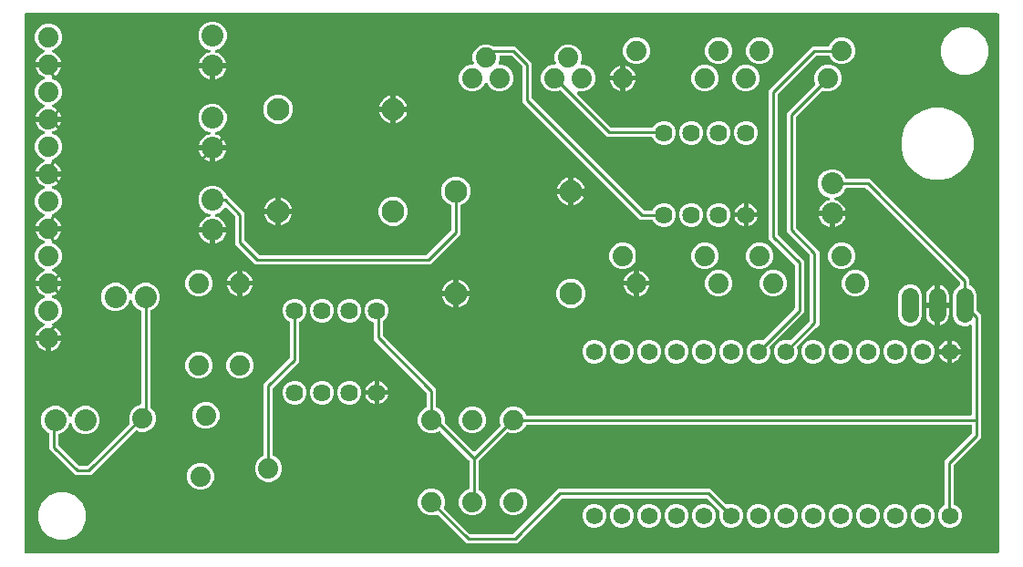
<source format=gbl>
G04 EAGLE Gerber RS-274X export*
G75*
%MOMM*%
%FSLAX34Y34*%
%LPD*%
%INBottom Copper*%
%IPPOS*%
%AMOC8*
5,1,8,0,0,1.08239X$1,22.5*%
G01*
%ADD10C,2.032000*%
%ADD11C,1.879600*%
%ADD12C,1.574800*%
%ADD13C,2.100000*%
%ADD14C,1.625600*%
%ADD15C,1.625600*%
%ADD16C,0.254000*%

G36*
X906900Y3064D02*
X906900Y3064D01*
X907019Y3071D01*
X907057Y3084D01*
X907098Y3089D01*
X907208Y3132D01*
X907321Y3169D01*
X907356Y3191D01*
X907393Y3206D01*
X907489Y3275D01*
X907590Y3339D01*
X907618Y3369D01*
X907651Y3392D01*
X907727Y3484D01*
X907808Y3571D01*
X907828Y3606D01*
X907853Y3637D01*
X907904Y3745D01*
X907962Y3849D01*
X907972Y3889D01*
X907989Y3925D01*
X908011Y4042D01*
X908041Y4157D01*
X908045Y4217D01*
X908049Y4237D01*
X908047Y4258D01*
X908051Y4318D01*
X908051Y503582D01*
X908036Y503700D01*
X908029Y503819D01*
X908016Y503857D01*
X908011Y503898D01*
X907968Y504008D01*
X907931Y504121D01*
X907909Y504156D01*
X907894Y504193D01*
X907825Y504289D01*
X907761Y504390D01*
X907731Y504418D01*
X907708Y504451D01*
X907616Y504527D01*
X907529Y504608D01*
X907494Y504628D01*
X907463Y504653D01*
X907355Y504704D01*
X907251Y504762D01*
X907211Y504772D01*
X907175Y504789D01*
X907058Y504811D01*
X906943Y504841D01*
X906883Y504845D01*
X906863Y504849D01*
X906842Y504847D01*
X906782Y504851D01*
X4318Y504851D01*
X4200Y504836D01*
X4081Y504829D01*
X4043Y504816D01*
X4002Y504811D01*
X3892Y504768D01*
X3779Y504731D01*
X3744Y504709D01*
X3707Y504694D01*
X3611Y504625D01*
X3510Y504561D01*
X3482Y504531D01*
X3449Y504508D01*
X3373Y504416D01*
X3292Y504329D01*
X3272Y504294D01*
X3247Y504263D01*
X3196Y504155D01*
X3138Y504051D01*
X3128Y504011D01*
X3111Y503975D01*
X3089Y503858D01*
X3059Y503743D01*
X3055Y503683D01*
X3051Y503663D01*
X3053Y503642D01*
X3049Y503582D01*
X3049Y4318D01*
X3064Y4200D01*
X3071Y4081D01*
X3084Y4043D01*
X3089Y4002D01*
X3132Y3892D01*
X3169Y3779D01*
X3191Y3744D01*
X3206Y3707D01*
X3275Y3611D01*
X3339Y3510D01*
X3369Y3482D01*
X3392Y3449D01*
X3484Y3373D01*
X3571Y3292D01*
X3606Y3272D01*
X3637Y3247D01*
X3745Y3196D01*
X3849Y3138D01*
X3889Y3128D01*
X3925Y3111D01*
X4042Y3089D01*
X4157Y3059D01*
X4217Y3055D01*
X4237Y3051D01*
X4258Y3053D01*
X4318Y3049D01*
X906782Y3049D01*
X906900Y3064D01*
G37*
%LPC*%
G36*
X860157Y27177D02*
X860157Y27177D01*
X856143Y28840D01*
X853070Y31913D01*
X851407Y35927D01*
X851407Y40273D01*
X853070Y44287D01*
X856143Y47360D01*
X856720Y47599D01*
X856745Y47613D01*
X856773Y47623D01*
X856883Y47692D01*
X856996Y47756D01*
X857017Y47777D01*
X857042Y47793D01*
X857131Y47887D01*
X857224Y47978D01*
X857240Y48003D01*
X857260Y48024D01*
X857323Y48138D01*
X857391Y48249D01*
X857399Y48277D01*
X857414Y48303D01*
X857446Y48429D01*
X857484Y48553D01*
X857486Y48582D01*
X857493Y48611D01*
X857503Y48771D01*
X857503Y88911D01*
X882532Y113939D01*
X882592Y114017D01*
X882660Y114090D01*
X882689Y114143D01*
X882726Y114190D01*
X882766Y114281D01*
X882814Y114368D01*
X882829Y114427D01*
X882853Y114482D01*
X882868Y114580D01*
X882893Y114676D01*
X882899Y114776D01*
X882903Y114796D01*
X882901Y114809D01*
X882903Y114837D01*
X882903Y121412D01*
X882888Y121530D01*
X882881Y121649D01*
X882868Y121687D01*
X882863Y121728D01*
X882820Y121838D01*
X882783Y121951D01*
X882761Y121986D01*
X882746Y122023D01*
X882677Y122119D01*
X882613Y122220D01*
X882583Y122248D01*
X882560Y122281D01*
X882468Y122357D01*
X882381Y122438D01*
X882346Y122458D01*
X882315Y122483D01*
X882207Y122534D01*
X882103Y122592D01*
X882063Y122602D01*
X882027Y122619D01*
X881910Y122641D01*
X881795Y122671D01*
X881735Y122675D01*
X881715Y122679D01*
X881694Y122677D01*
X881634Y122681D01*
X469731Y122681D01*
X469702Y122678D01*
X469673Y122680D01*
X469545Y122658D01*
X469416Y122641D01*
X469389Y122631D01*
X469359Y122626D01*
X469241Y122572D01*
X469120Y122524D01*
X469096Y122507D01*
X469069Y122495D01*
X468968Y122414D01*
X468863Y122338D01*
X468844Y122315D01*
X468821Y122296D01*
X468743Y122193D01*
X468660Y122093D01*
X468647Y122066D01*
X468630Y122042D01*
X468559Y121898D01*
X467752Y119950D01*
X464250Y116448D01*
X459676Y114553D01*
X454724Y114553D01*
X452237Y115583D01*
X452209Y115591D01*
X452182Y115605D01*
X452055Y115633D01*
X451930Y115667D01*
X451901Y115668D01*
X451872Y115674D01*
X451742Y115670D01*
X451612Y115672D01*
X451584Y115666D01*
X451554Y115665D01*
X451430Y115629D01*
X451303Y115598D01*
X451277Y115584D01*
X451249Y115576D01*
X451137Y115510D01*
X451022Y115450D01*
X451000Y115430D01*
X450975Y115415D01*
X450854Y115308D01*
X425314Y89769D01*
X425254Y89691D01*
X425186Y89619D01*
X425157Y89566D01*
X425120Y89518D01*
X425080Y89427D01*
X425032Y89340D01*
X425017Y89281D01*
X424993Y89226D01*
X424978Y89128D01*
X424953Y89032D01*
X424947Y88932D01*
X424943Y88912D01*
X424945Y88899D01*
X424943Y88871D01*
X424943Y62700D01*
X424946Y62671D01*
X424944Y62641D01*
X424960Y62551D01*
X424965Y62467D01*
X424977Y62430D01*
X424983Y62385D01*
X424993Y62357D01*
X424998Y62328D01*
X425039Y62238D01*
X425063Y62164D01*
X425081Y62135D01*
X425100Y62089D01*
X425117Y62065D01*
X425129Y62038D01*
X425195Y61956D01*
X425233Y61895D01*
X425255Y61875D01*
X425286Y61832D01*
X425309Y61813D01*
X425328Y61790D01*
X425417Y61723D01*
X425465Y61677D01*
X425488Y61664D01*
X425531Y61629D01*
X425558Y61616D01*
X425582Y61598D01*
X425726Y61528D01*
X426150Y61352D01*
X429652Y57850D01*
X431547Y53276D01*
X431547Y48324D01*
X429652Y43750D01*
X426150Y40248D01*
X421576Y38353D01*
X416624Y38353D01*
X412050Y40248D01*
X408548Y43750D01*
X406653Y48324D01*
X406653Y53276D01*
X408548Y57850D01*
X412050Y61352D01*
X415522Y62790D01*
X415547Y62805D01*
X415575Y62814D01*
X415685Y62883D01*
X415798Y62948D01*
X415819Y62968D01*
X415844Y62984D01*
X415902Y63045D01*
X415905Y63047D01*
X415912Y63056D01*
X415933Y63078D01*
X416026Y63169D01*
X416042Y63194D01*
X416062Y63216D01*
X416098Y63281D01*
X416107Y63292D01*
X416125Y63330D01*
X416193Y63440D01*
X416201Y63468D01*
X416216Y63494D01*
X416231Y63555D01*
X416243Y63580D01*
X416255Y63642D01*
X416286Y63744D01*
X416288Y63773D01*
X416295Y63802D01*
X416300Y63877D01*
X416303Y63892D01*
X416302Y63908D01*
X416305Y63963D01*
X416305Y88871D01*
X416293Y88970D01*
X416290Y89069D01*
X416273Y89127D01*
X416265Y89187D01*
X416229Y89279D01*
X416201Y89374D01*
X416171Y89426D01*
X416148Y89483D01*
X416090Y89563D01*
X416040Y89648D01*
X415974Y89723D01*
X415962Y89740D01*
X415952Y89748D01*
X415934Y89769D01*
X389501Y116201D01*
X389478Y116219D01*
X389459Y116242D01*
X389353Y116316D01*
X389250Y116396D01*
X389223Y116408D01*
X389199Y116425D01*
X389077Y116471D01*
X388958Y116522D01*
X388929Y116527D01*
X388901Y116537D01*
X388772Y116552D01*
X388644Y116572D01*
X388615Y116569D01*
X388585Y116573D01*
X388457Y116555D01*
X388328Y116542D01*
X388300Y116532D01*
X388270Y116528D01*
X388118Y116476D01*
X383476Y114553D01*
X378524Y114553D01*
X373950Y116448D01*
X370448Y119950D01*
X368553Y124524D01*
X368553Y129476D01*
X370448Y134050D01*
X373950Y137552D01*
X375898Y138359D01*
X375923Y138373D01*
X375951Y138383D01*
X376061Y138452D01*
X376174Y138516D01*
X376195Y138537D01*
X376220Y138553D01*
X376309Y138647D01*
X376402Y138738D01*
X376418Y138763D01*
X376438Y138784D01*
X376501Y138898D01*
X376569Y139009D01*
X376577Y139037D01*
X376592Y139063D01*
X376624Y139189D01*
X376662Y139313D01*
X376664Y139342D01*
X376671Y139371D01*
X376681Y139531D01*
X376681Y151609D01*
X376669Y151708D01*
X376666Y151807D01*
X376649Y151865D01*
X376641Y151925D01*
X376605Y152017D01*
X376577Y152112D01*
X376547Y152164D01*
X376524Y152221D01*
X376466Y152301D01*
X376416Y152386D01*
X376350Y152461D01*
X376338Y152478D01*
X376328Y152486D01*
X376310Y152507D01*
X327151Y201665D01*
X327151Y216917D01*
X327148Y216946D01*
X327150Y216976D01*
X327128Y217104D01*
X327111Y217233D01*
X327101Y217260D01*
X327096Y217289D01*
X327042Y217408D01*
X326994Y217528D01*
X326977Y217552D01*
X326965Y217579D01*
X326884Y217681D01*
X326808Y217786D01*
X326785Y217805D01*
X326766Y217828D01*
X326663Y217906D01*
X326563Y217989D01*
X326536Y218001D01*
X326512Y218019D01*
X326368Y218090D01*
X323869Y219125D01*
X320725Y222269D01*
X319023Y226377D01*
X319023Y230823D01*
X320725Y234931D01*
X323869Y238075D01*
X327977Y239777D01*
X332423Y239777D01*
X336531Y238075D01*
X339675Y234931D01*
X341377Y230823D01*
X341377Y226377D01*
X339675Y222269D01*
X336527Y219121D01*
X336519Y219118D01*
X336409Y219049D01*
X336296Y218984D01*
X336275Y218964D01*
X336250Y218948D01*
X336161Y218853D01*
X336068Y218763D01*
X336052Y218738D01*
X336032Y218716D01*
X335969Y218603D01*
X335901Y218492D01*
X335893Y218464D01*
X335878Y218438D01*
X335846Y218312D01*
X335808Y218188D01*
X335806Y218158D01*
X335799Y218130D01*
X335789Y217969D01*
X335789Y205769D01*
X335801Y205670D01*
X335804Y205571D01*
X335821Y205513D01*
X335829Y205453D01*
X335865Y205361D01*
X335893Y205266D01*
X335923Y205214D01*
X335946Y205157D01*
X336004Y205077D01*
X336054Y204992D01*
X336120Y204917D01*
X336132Y204900D01*
X336142Y204892D01*
X336160Y204871D01*
X382417Y158614D01*
X385319Y155713D01*
X385319Y139531D01*
X385322Y139502D01*
X385320Y139473D01*
X385342Y139345D01*
X385359Y139216D01*
X385369Y139189D01*
X385374Y139159D01*
X385428Y139041D01*
X385476Y138920D01*
X385493Y138896D01*
X385505Y138869D01*
X385586Y138768D01*
X385662Y138663D01*
X385685Y138644D01*
X385704Y138621D01*
X385807Y138543D01*
X385907Y138460D01*
X385934Y138447D01*
X385958Y138430D01*
X386102Y138359D01*
X388050Y137552D01*
X391552Y134050D01*
X393447Y129476D01*
X393447Y124997D01*
X393459Y124898D01*
X393462Y124799D01*
X393479Y124741D01*
X393487Y124681D01*
X393523Y124589D01*
X393551Y124494D01*
X393581Y124442D01*
X393604Y124385D01*
X393662Y124305D01*
X393712Y124220D01*
X393778Y124145D01*
X393790Y124128D01*
X393800Y124120D01*
X393818Y124099D01*
X419727Y98191D01*
X419821Y98118D01*
X419910Y98039D01*
X419946Y98021D01*
X419978Y97996D01*
X420087Y97949D01*
X420193Y97895D01*
X420232Y97886D01*
X420270Y97870D01*
X420387Y97851D01*
X420503Y97825D01*
X420544Y97826D01*
X420584Y97820D01*
X420702Y97831D01*
X420821Y97835D01*
X420860Y97846D01*
X420900Y97850D01*
X421013Y97890D01*
X421127Y97923D01*
X421162Y97944D01*
X421200Y97957D01*
X421298Y98024D01*
X421401Y98085D01*
X421446Y98124D01*
X421463Y98136D01*
X421476Y98151D01*
X421522Y98191D01*
X445062Y121732D01*
X445080Y121755D01*
X445103Y121774D01*
X445177Y121880D01*
X445257Y121983D01*
X445269Y122010D01*
X445286Y122034D01*
X445332Y122155D01*
X445383Y122275D01*
X445388Y122304D01*
X445398Y122331D01*
X445413Y122460D01*
X445433Y122589D01*
X445430Y122618D01*
X445434Y122648D01*
X445415Y122776D01*
X445403Y122905D01*
X445393Y122933D01*
X445389Y122962D01*
X445337Y123115D01*
X444753Y124524D01*
X444753Y129476D01*
X446648Y134050D01*
X450150Y137552D01*
X454724Y139447D01*
X459676Y139447D01*
X464250Y137552D01*
X467752Y134050D01*
X468559Y132102D01*
X468573Y132077D01*
X468583Y132049D01*
X468652Y131939D01*
X468716Y131826D01*
X468737Y131805D01*
X468753Y131780D01*
X468847Y131691D01*
X468938Y131598D01*
X468963Y131582D01*
X468984Y131562D01*
X469098Y131499D01*
X469209Y131431D01*
X469237Y131423D01*
X469263Y131408D01*
X469389Y131376D01*
X469513Y131338D01*
X469542Y131336D01*
X469571Y131329D01*
X469731Y131319D01*
X881634Y131319D01*
X881752Y131334D01*
X881871Y131341D01*
X881909Y131354D01*
X881950Y131359D01*
X882060Y131402D01*
X882173Y131439D01*
X882208Y131461D01*
X882245Y131476D01*
X882341Y131545D01*
X882442Y131609D01*
X882470Y131639D01*
X882503Y131662D01*
X882579Y131754D01*
X882660Y131841D01*
X882680Y131876D01*
X882705Y131907D01*
X882756Y132015D01*
X882814Y132119D01*
X882824Y132159D01*
X882841Y132195D01*
X882863Y132312D01*
X882893Y132427D01*
X882897Y132487D01*
X882901Y132507D01*
X882899Y132528D01*
X882903Y132588D01*
X882903Y214290D01*
X882897Y214339D01*
X882899Y214389D01*
X882877Y214496D01*
X882863Y214606D01*
X882845Y214652D01*
X882835Y214700D01*
X882787Y214799D01*
X882746Y214901D01*
X882717Y214941D01*
X882695Y214986D01*
X882624Y215070D01*
X882560Y215159D01*
X882521Y215190D01*
X882489Y215228D01*
X882399Y215291D01*
X882315Y215361D01*
X882270Y215383D01*
X882229Y215411D01*
X882126Y215450D01*
X882027Y215497D01*
X881978Y215506D01*
X881932Y215524D01*
X881822Y215536D01*
X881715Y215557D01*
X881665Y215554D01*
X881616Y215559D01*
X881507Y215544D01*
X881397Y215537D01*
X881350Y215522D01*
X881301Y215515D01*
X881148Y215463D01*
X878523Y214375D01*
X874077Y214375D01*
X869969Y216077D01*
X866825Y219221D01*
X865123Y223329D01*
X865123Y244031D01*
X866825Y248139D01*
X869969Y251283D01*
X871198Y251792D01*
X871223Y251807D01*
X871251Y251816D01*
X871361Y251885D01*
X871474Y251950D01*
X871495Y251970D01*
X871520Y251986D01*
X871609Y252081D01*
X871702Y252171D01*
X871718Y252196D01*
X871738Y252218D01*
X871801Y252331D01*
X871869Y252442D01*
X871877Y252470D01*
X871892Y252496D01*
X871924Y252622D01*
X871962Y252746D01*
X871964Y252776D01*
X871971Y252804D01*
X871981Y252965D01*
X871981Y254225D01*
X871969Y254324D01*
X871966Y254423D01*
X871949Y254481D01*
X871941Y254541D01*
X871905Y254633D01*
X871877Y254728D01*
X871847Y254780D01*
X871824Y254837D01*
X871766Y254917D01*
X871716Y255002D01*
X871650Y255077D01*
X871638Y255094D01*
X871628Y255102D01*
X871610Y255123D01*
X784713Y342020D01*
X784635Y342080D01*
X784562Y342148D01*
X784509Y342177D01*
X784462Y342214D01*
X784371Y342254D01*
X784284Y342302D01*
X784225Y342317D01*
X784170Y342341D01*
X784072Y342356D01*
X783976Y342381D01*
X783876Y342387D01*
X783856Y342391D01*
X783843Y342389D01*
X783815Y342391D01*
X766466Y342391D01*
X766437Y342388D01*
X766408Y342390D01*
X766280Y342368D01*
X766151Y342351D01*
X766123Y342341D01*
X766094Y342336D01*
X765976Y342282D01*
X765855Y342234D01*
X765831Y342217D01*
X765804Y342205D01*
X765703Y342124D01*
X765598Y342048D01*
X765579Y342025D01*
X765556Y342006D01*
X765478Y341903D01*
X765395Y341803D01*
X765382Y341776D01*
X765365Y341752D01*
X765294Y341608D01*
X764308Y339228D01*
X760592Y335512D01*
X755898Y333568D01*
X755872Y333553D01*
X755844Y333544D01*
X755734Y333474D01*
X755622Y333410D01*
X755600Y333389D01*
X755575Y333373D01*
X755486Y333279D01*
X755393Y333189D01*
X755378Y333164D01*
X755357Y333142D01*
X755295Y333028D01*
X755227Y332918D01*
X755218Y332889D01*
X755204Y332863D01*
X755172Y332738D01*
X755133Y332614D01*
X755132Y332584D01*
X755125Y332555D01*
X755125Y332425D01*
X755118Y332296D01*
X755124Y332267D01*
X755124Y332237D01*
X755156Y332112D01*
X755183Y331985D01*
X755196Y331958D01*
X755203Y331929D01*
X755265Y331816D01*
X755322Y331699D01*
X755342Y331676D01*
X755356Y331650D01*
X755444Y331556D01*
X755529Y331457D01*
X755553Y331440D01*
X755574Y331418D01*
X755683Y331349D01*
X755789Y331274D01*
X755817Y331263D01*
X755842Y331247D01*
X755992Y331188D01*
X757985Y330540D01*
X759767Y329633D01*
X761384Y328458D01*
X762798Y327044D01*
X763973Y325427D01*
X764880Y323645D01*
X765498Y321744D01*
X765567Y321309D01*
X754380Y321309D01*
X754262Y321294D01*
X754143Y321287D01*
X754105Y321274D01*
X754065Y321269D01*
X753954Y321226D01*
X753841Y321189D01*
X753807Y321167D01*
X753769Y321152D01*
X753673Y321082D01*
X753572Y321019D01*
X753544Y320989D01*
X753512Y320965D01*
X753436Y320874D01*
X753354Y320787D01*
X753335Y320752D01*
X753309Y320721D01*
X753258Y320613D01*
X753201Y320509D01*
X753190Y320469D01*
X753173Y320433D01*
X753151Y320316D01*
X753121Y320201D01*
X753117Y320140D01*
X753113Y320120D01*
X753115Y320100D01*
X753111Y320040D01*
X753111Y318769D01*
X753109Y318769D01*
X753109Y320040D01*
X753094Y320158D01*
X753087Y320277D01*
X753074Y320315D01*
X753069Y320355D01*
X753025Y320466D01*
X752989Y320579D01*
X752967Y320614D01*
X752952Y320651D01*
X752882Y320747D01*
X752819Y320848D01*
X752789Y320876D01*
X752765Y320909D01*
X752674Y320984D01*
X752587Y321066D01*
X752552Y321086D01*
X752520Y321111D01*
X752413Y321162D01*
X752308Y321220D01*
X752269Y321230D01*
X752233Y321247D01*
X752116Y321269D01*
X752001Y321299D01*
X751940Y321303D01*
X751920Y321307D01*
X751900Y321305D01*
X751840Y321309D01*
X740653Y321309D01*
X740722Y321744D01*
X741340Y323645D01*
X742247Y325427D01*
X743422Y327044D01*
X744836Y328458D01*
X746453Y329633D01*
X748235Y330540D01*
X750228Y331188D01*
X750256Y331201D01*
X750285Y331208D01*
X750399Y331268D01*
X750516Y331323D01*
X750539Y331342D01*
X750566Y331356D01*
X750662Y331444D01*
X750761Y331526D01*
X750779Y331550D01*
X750801Y331570D01*
X750872Y331678D01*
X750948Y331783D01*
X750959Y331811D01*
X750976Y331836D01*
X751018Y331958D01*
X751066Y332079D01*
X751069Y332109D01*
X751079Y332137D01*
X751089Y332266D01*
X751106Y332394D01*
X751102Y332424D01*
X751104Y332454D01*
X751082Y332582D01*
X751066Y332710D01*
X751055Y332738D01*
X751050Y332767D01*
X750997Y332885D01*
X750949Y333006D01*
X750931Y333030D01*
X750919Y333057D01*
X750838Y333158D01*
X750762Y333263D01*
X750739Y333282D01*
X750721Y333306D01*
X750617Y333384D01*
X750517Y333466D01*
X750490Y333479D01*
X750467Y333497D01*
X750322Y333568D01*
X745628Y335512D01*
X741912Y339228D01*
X739901Y344083D01*
X739901Y349337D01*
X741912Y354192D01*
X745628Y357908D01*
X750483Y359919D01*
X755737Y359919D01*
X760592Y357908D01*
X764308Y354192D01*
X765294Y351812D01*
X765308Y351787D01*
X765317Y351759D01*
X765387Y351649D01*
X765451Y351536D01*
X765472Y351515D01*
X765487Y351490D01*
X765582Y351401D01*
X765672Y351308D01*
X765698Y351292D01*
X765719Y351272D01*
X765833Y351209D01*
X765944Y351141D01*
X765972Y351133D01*
X765998Y351118D01*
X766123Y351086D01*
X766247Y351048D01*
X766277Y351046D01*
X766306Y351039D01*
X766466Y351029D01*
X787919Y351029D01*
X880619Y258329D01*
X880619Y252965D01*
X880622Y252935D01*
X880620Y252906D01*
X880642Y252778D01*
X880659Y252649D01*
X880669Y252622D01*
X880674Y252593D01*
X880728Y252474D01*
X880776Y252354D01*
X880793Y252330D01*
X880805Y252303D01*
X880886Y252201D01*
X880962Y252096D01*
X880985Y252077D01*
X881004Y252054D01*
X881107Y251976D01*
X881207Y251893D01*
X881234Y251881D01*
X881258Y251863D01*
X881402Y251792D01*
X882631Y251283D01*
X885775Y248139D01*
X887477Y244031D01*
X887477Y229137D01*
X887489Y229038D01*
X887492Y228939D01*
X887509Y228881D01*
X887517Y228821D01*
X887553Y228729D01*
X887581Y228634D01*
X887611Y228582D01*
X887634Y228525D01*
X887692Y228445D01*
X887742Y228360D01*
X887808Y228285D01*
X887820Y228268D01*
X887830Y228260D01*
X887848Y228239D01*
X891541Y224547D01*
X891541Y110733D01*
X866512Y85705D01*
X866452Y85627D01*
X866384Y85554D01*
X866355Y85501D01*
X866318Y85454D01*
X866278Y85363D01*
X866230Y85276D01*
X866215Y85217D01*
X866191Y85162D01*
X866176Y85064D01*
X866151Y84968D01*
X866145Y84868D01*
X866141Y84848D01*
X866143Y84835D01*
X866141Y84807D01*
X866141Y49192D01*
X866144Y49163D01*
X866142Y49134D01*
X866164Y49005D01*
X866181Y48877D01*
X866191Y48849D01*
X866196Y48820D01*
X866250Y48702D01*
X866298Y48581D01*
X866315Y48557D01*
X866327Y48530D01*
X866408Y48429D01*
X866484Y48324D01*
X866507Y48305D01*
X866526Y48282D01*
X866629Y48204D01*
X866729Y48121D01*
X866756Y48108D01*
X866780Y48091D01*
X866924Y48020D01*
X868517Y47360D01*
X871590Y44287D01*
X873253Y40273D01*
X873253Y35927D01*
X871590Y31913D01*
X868517Y28840D01*
X864503Y27177D01*
X860157Y27177D01*
G37*
%LPD*%
%LPC*%
G36*
X25399Y203199D02*
X25399Y203199D01*
X25399Y204470D01*
X25384Y204588D01*
X25377Y204707D01*
X25364Y204745D01*
X25359Y204785D01*
X25315Y204896D01*
X25279Y205009D01*
X25257Y205044D01*
X25242Y205081D01*
X25172Y205177D01*
X25109Y205278D01*
X25079Y205306D01*
X25055Y205339D01*
X24964Y205414D01*
X24877Y205496D01*
X24842Y205516D01*
X24810Y205541D01*
X24703Y205592D01*
X24598Y205650D01*
X24559Y205660D01*
X24523Y205677D01*
X24406Y205699D01*
X24291Y205729D01*
X24230Y205733D01*
X24210Y205737D01*
X24190Y205735D01*
X24130Y205739D01*
X13715Y205739D01*
X13755Y205996D01*
X14336Y207783D01*
X15189Y209457D01*
X16294Y210978D01*
X17622Y212306D01*
X19143Y213411D01*
X20817Y214264D01*
X21282Y214415D01*
X21309Y214428D01*
X21338Y214435D01*
X21452Y214495D01*
X21570Y214550D01*
X21593Y214569D01*
X21619Y214583D01*
X21715Y214670D01*
X21815Y214753D01*
X21832Y214777D01*
X21854Y214797D01*
X21926Y214906D01*
X22002Y215010D01*
X22013Y215038D01*
X22029Y215063D01*
X22071Y215186D01*
X22119Y215306D01*
X22123Y215336D01*
X22132Y215364D01*
X22143Y215493D01*
X22159Y215621D01*
X22155Y215651D01*
X22158Y215681D01*
X22135Y215809D01*
X22119Y215937D01*
X22108Y215965D01*
X22103Y215994D01*
X22050Y216112D01*
X22002Y216233D01*
X21985Y216257D01*
X21973Y216284D01*
X21892Y216385D01*
X21816Y216490D01*
X21793Y216509D01*
X21774Y216533D01*
X21670Y216611D01*
X21571Y216693D01*
X21544Y216706D01*
X21520Y216724D01*
X21375Y216795D01*
X18350Y218048D01*
X14848Y221550D01*
X12953Y226124D01*
X12953Y231076D01*
X14848Y235650D01*
X18350Y239152D01*
X21375Y240405D01*
X21401Y240420D01*
X21430Y240429D01*
X21539Y240499D01*
X21652Y240563D01*
X21673Y240584D01*
X21698Y240600D01*
X21787Y240694D01*
X21880Y240784D01*
X21896Y240810D01*
X21916Y240831D01*
X21979Y240945D01*
X22046Y241055D01*
X22055Y241084D01*
X22069Y241110D01*
X22102Y241235D01*
X22140Y241359D01*
X22141Y241389D01*
X22149Y241418D01*
X22149Y241548D01*
X22155Y241677D01*
X22149Y241706D01*
X22149Y241736D01*
X22117Y241861D01*
X22091Y241988D01*
X22078Y242015D01*
X22070Y242044D01*
X22008Y242157D01*
X21951Y242274D01*
X21932Y242297D01*
X21917Y242323D01*
X21829Y242417D01*
X21745Y242516D01*
X21720Y242533D01*
X21700Y242555D01*
X21591Y242624D01*
X21485Y242699D01*
X21457Y242710D01*
X21431Y242726D01*
X21282Y242785D01*
X20817Y242936D01*
X19143Y243789D01*
X17622Y244894D01*
X16294Y246222D01*
X15189Y247743D01*
X14336Y249417D01*
X13755Y251204D01*
X13715Y251461D01*
X24130Y251461D01*
X24248Y251476D01*
X24367Y251483D01*
X24405Y251496D01*
X24445Y251501D01*
X24556Y251544D01*
X24669Y251581D01*
X24703Y251603D01*
X24741Y251618D01*
X24837Y251688D01*
X24938Y251751D01*
X24966Y251781D01*
X24998Y251804D01*
X25074Y251896D01*
X25156Y251983D01*
X25175Y252018D01*
X25201Y252049D01*
X25252Y252157D01*
X25309Y252261D01*
X25320Y252301D01*
X25337Y252337D01*
X25359Y252454D01*
X25389Y252569D01*
X25393Y252630D01*
X25397Y252650D01*
X25395Y252670D01*
X25399Y252730D01*
X25399Y255270D01*
X25384Y255388D01*
X25377Y255507D01*
X25364Y255545D01*
X25359Y255585D01*
X25315Y255696D01*
X25279Y255809D01*
X25257Y255844D01*
X25242Y255881D01*
X25172Y255977D01*
X25109Y256078D01*
X25079Y256106D01*
X25055Y256139D01*
X24964Y256214D01*
X24877Y256296D01*
X24842Y256316D01*
X24810Y256341D01*
X24703Y256392D01*
X24598Y256450D01*
X24559Y256460D01*
X24523Y256477D01*
X24406Y256499D01*
X24291Y256529D01*
X24230Y256533D01*
X24210Y256537D01*
X24190Y256535D01*
X24130Y256539D01*
X13715Y256539D01*
X13755Y256796D01*
X14336Y258583D01*
X15189Y260257D01*
X16294Y261778D01*
X17622Y263106D01*
X19143Y264211D01*
X20817Y265064D01*
X21282Y265215D01*
X21309Y265228D01*
X21338Y265235D01*
X21452Y265295D01*
X21570Y265350D01*
X21593Y265369D01*
X21619Y265383D01*
X21715Y265470D01*
X21815Y265553D01*
X21832Y265577D01*
X21854Y265597D01*
X21926Y265706D01*
X22002Y265810D01*
X22013Y265838D01*
X22029Y265863D01*
X22071Y265986D01*
X22119Y266106D01*
X22123Y266136D01*
X22132Y266164D01*
X22143Y266293D01*
X22159Y266421D01*
X22155Y266451D01*
X22158Y266481D01*
X22135Y266609D01*
X22119Y266737D01*
X22108Y266765D01*
X22103Y266794D01*
X22050Y266912D01*
X22002Y267033D01*
X21985Y267057D01*
X21973Y267084D01*
X21892Y267185D01*
X21816Y267290D01*
X21793Y267309D01*
X21774Y267333D01*
X21670Y267411D01*
X21571Y267493D01*
X21544Y267506D01*
X21520Y267524D01*
X21375Y267595D01*
X18350Y268848D01*
X14848Y272350D01*
X12953Y276924D01*
X12953Y281876D01*
X14848Y286450D01*
X18350Y289952D01*
X21375Y291205D01*
X21401Y291220D01*
X21430Y291229D01*
X21539Y291299D01*
X21652Y291363D01*
X21673Y291384D01*
X21698Y291400D01*
X21787Y291494D01*
X21880Y291584D01*
X21896Y291610D01*
X21916Y291631D01*
X21979Y291745D01*
X22046Y291855D01*
X22055Y291884D01*
X22069Y291910D01*
X22102Y292035D01*
X22140Y292159D01*
X22141Y292189D01*
X22149Y292218D01*
X22149Y292348D01*
X22155Y292477D01*
X22149Y292506D01*
X22149Y292536D01*
X22117Y292661D01*
X22091Y292788D01*
X22078Y292815D01*
X22070Y292844D01*
X22008Y292957D01*
X21951Y293074D01*
X21932Y293097D01*
X21917Y293123D01*
X21829Y293217D01*
X21745Y293316D01*
X21720Y293333D01*
X21700Y293355D01*
X21591Y293424D01*
X21485Y293499D01*
X21457Y293510D01*
X21431Y293526D01*
X21282Y293585D01*
X20817Y293736D01*
X19143Y294589D01*
X17622Y295694D01*
X16294Y297022D01*
X15189Y298543D01*
X14336Y300217D01*
X13755Y302004D01*
X13715Y302261D01*
X24130Y302261D01*
X24248Y302276D01*
X24367Y302283D01*
X24405Y302296D01*
X24445Y302301D01*
X24556Y302344D01*
X24669Y302381D01*
X24703Y302403D01*
X24741Y302418D01*
X24837Y302488D01*
X24938Y302551D01*
X24966Y302581D01*
X24998Y302604D01*
X25074Y302696D01*
X25156Y302783D01*
X25175Y302818D01*
X25201Y302849D01*
X25252Y302957D01*
X25309Y303061D01*
X25320Y303101D01*
X25337Y303137D01*
X25359Y303254D01*
X25389Y303369D01*
X25393Y303430D01*
X25397Y303450D01*
X25395Y303470D01*
X25399Y303530D01*
X25399Y306070D01*
X25384Y306188D01*
X25377Y306307D01*
X25364Y306345D01*
X25359Y306385D01*
X25315Y306496D01*
X25279Y306609D01*
X25257Y306644D01*
X25242Y306681D01*
X25172Y306777D01*
X25109Y306878D01*
X25079Y306906D01*
X25055Y306939D01*
X24964Y307014D01*
X24877Y307096D01*
X24842Y307116D01*
X24810Y307141D01*
X24703Y307192D01*
X24598Y307250D01*
X24559Y307260D01*
X24523Y307277D01*
X24406Y307299D01*
X24291Y307329D01*
X24230Y307333D01*
X24210Y307337D01*
X24190Y307335D01*
X24130Y307339D01*
X13715Y307339D01*
X13755Y307596D01*
X14336Y309383D01*
X15189Y311057D01*
X16294Y312578D01*
X17622Y313906D01*
X19143Y315011D01*
X20817Y315864D01*
X21282Y316015D01*
X21309Y316028D01*
X21338Y316035D01*
X21452Y316095D01*
X21570Y316150D01*
X21593Y316169D01*
X21619Y316183D01*
X21715Y316270D01*
X21815Y316353D01*
X21832Y316377D01*
X21854Y316397D01*
X21925Y316505D01*
X22002Y316610D01*
X22013Y316638D01*
X22029Y316663D01*
X22071Y316786D01*
X22119Y316906D01*
X22123Y316936D01*
X22132Y316964D01*
X22143Y317093D01*
X22159Y317221D01*
X22155Y317251D01*
X22158Y317281D01*
X22135Y317409D01*
X22119Y317537D01*
X22108Y317565D01*
X22103Y317594D01*
X22050Y317712D01*
X22002Y317833D01*
X21985Y317857D01*
X21973Y317884D01*
X21892Y317985D01*
X21816Y318090D01*
X21793Y318109D01*
X21774Y318133D01*
X21670Y318211D01*
X21571Y318293D01*
X21544Y318306D01*
X21520Y318324D01*
X21375Y318395D01*
X18350Y319648D01*
X14848Y323150D01*
X12953Y327724D01*
X12953Y332676D01*
X14848Y337250D01*
X18350Y340752D01*
X21375Y342005D01*
X21401Y342020D01*
X21430Y342029D01*
X21539Y342098D01*
X21652Y342163D01*
X21673Y342184D01*
X21698Y342200D01*
X21787Y342294D01*
X21880Y342384D01*
X21896Y342410D01*
X21916Y342431D01*
X21979Y342545D01*
X22046Y342655D01*
X22055Y342684D01*
X22069Y342710D01*
X22102Y342836D01*
X22140Y342959D01*
X22141Y342989D01*
X22149Y343018D01*
X22149Y343148D01*
X22155Y343277D01*
X22149Y343306D01*
X22149Y343336D01*
X22117Y343462D01*
X22091Y343588D01*
X22078Y343615D01*
X22070Y343644D01*
X22008Y343758D01*
X21951Y343874D01*
X21932Y343897D01*
X21917Y343923D01*
X21829Y344018D01*
X21745Y344116D01*
X21720Y344133D01*
X21700Y344155D01*
X21591Y344224D01*
X21485Y344299D01*
X21457Y344310D01*
X21431Y344326D01*
X21282Y344385D01*
X20817Y344536D01*
X19143Y345389D01*
X17622Y346494D01*
X16294Y347822D01*
X15189Y349343D01*
X14336Y351017D01*
X13755Y352804D01*
X13715Y353061D01*
X24130Y353061D01*
X24248Y353076D01*
X24367Y353083D01*
X24405Y353096D01*
X24445Y353101D01*
X24556Y353144D01*
X24669Y353181D01*
X24703Y353203D01*
X24741Y353218D01*
X24837Y353288D01*
X24938Y353351D01*
X24966Y353381D01*
X24998Y353404D01*
X25074Y353496D01*
X25156Y353583D01*
X25175Y353618D01*
X25201Y353649D01*
X25252Y353757D01*
X25309Y353861D01*
X25320Y353901D01*
X25337Y353937D01*
X25359Y354054D01*
X25389Y354169D01*
X25393Y354230D01*
X25397Y354250D01*
X25395Y354270D01*
X25399Y354330D01*
X25399Y356870D01*
X25384Y356988D01*
X25377Y357107D01*
X25364Y357145D01*
X25359Y357185D01*
X25315Y357296D01*
X25279Y357409D01*
X25257Y357444D01*
X25242Y357481D01*
X25172Y357577D01*
X25109Y357678D01*
X25079Y357706D01*
X25055Y357739D01*
X24964Y357814D01*
X24877Y357896D01*
X24842Y357916D01*
X24810Y357941D01*
X24703Y357992D01*
X24598Y358050D01*
X24559Y358060D01*
X24523Y358077D01*
X24406Y358099D01*
X24291Y358129D01*
X24230Y358133D01*
X24210Y358137D01*
X24190Y358135D01*
X24130Y358139D01*
X13715Y358139D01*
X13755Y358396D01*
X14336Y360183D01*
X15189Y361857D01*
X16294Y363378D01*
X17622Y364706D01*
X19143Y365811D01*
X20817Y366664D01*
X21282Y366815D01*
X21309Y366828D01*
X21338Y366835D01*
X21453Y366895D01*
X21570Y366950D01*
X21593Y366969D01*
X21619Y366983D01*
X21715Y367071D01*
X21815Y367153D01*
X21832Y367177D01*
X21854Y367197D01*
X21926Y367306D01*
X22002Y367410D01*
X22013Y367438D01*
X22029Y367463D01*
X22071Y367586D01*
X22119Y367706D01*
X22123Y367736D01*
X22132Y367764D01*
X22143Y367893D01*
X22159Y368021D01*
X22155Y368051D01*
X22158Y368081D01*
X22135Y368209D01*
X22119Y368337D01*
X22108Y368365D01*
X22103Y368394D01*
X22050Y368512D01*
X22002Y368633D01*
X21985Y368657D01*
X21973Y368684D01*
X21892Y368785D01*
X21816Y368890D01*
X21793Y368909D01*
X21774Y368933D01*
X21671Y369010D01*
X21571Y369093D01*
X21544Y369106D01*
X21520Y369124D01*
X21375Y369195D01*
X18350Y370448D01*
X14848Y373950D01*
X12953Y378524D01*
X12953Y383476D01*
X14848Y388050D01*
X18350Y391552D01*
X21375Y392805D01*
X21401Y392820D01*
X21430Y392829D01*
X21464Y392851D01*
X21501Y392865D01*
X21573Y392918D01*
X21652Y392963D01*
X21673Y392984D01*
X21698Y393000D01*
X21726Y393029D01*
X21758Y393052D01*
X21815Y393121D01*
X21880Y393184D01*
X21896Y393210D01*
X21916Y393231D01*
X21936Y393267D01*
X21961Y393297D01*
X21999Y393377D01*
X22046Y393455D01*
X22055Y393484D01*
X22069Y393510D01*
X22080Y393550D01*
X22096Y393585D01*
X22113Y393671D01*
X22140Y393759D01*
X22141Y393789D01*
X22149Y393818D01*
X22149Y393859D01*
X22156Y393897D01*
X22151Y393985D01*
X22155Y394077D01*
X22149Y394106D01*
X22149Y394136D01*
X22139Y394176D01*
X22136Y394215D01*
X22109Y394298D01*
X22091Y394388D01*
X22078Y394415D01*
X22070Y394444D01*
X22050Y394480D01*
X22038Y394517D01*
X21991Y394591D01*
X21951Y394674D01*
X21932Y394697D01*
X21917Y394723D01*
X21889Y394753D01*
X21868Y394786D01*
X21804Y394846D01*
X21745Y394916D01*
X21720Y394933D01*
X21700Y394955D01*
X21665Y394977D01*
X21637Y395004D01*
X21560Y395046D01*
X21485Y395099D01*
X21457Y395110D01*
X21431Y395126D01*
X21375Y395148D01*
X21358Y395157D01*
X21340Y395162D01*
X21282Y395185D01*
X20817Y395336D01*
X19143Y396189D01*
X17622Y397294D01*
X16294Y398622D01*
X15189Y400143D01*
X14336Y401817D01*
X13755Y403604D01*
X13715Y403861D01*
X24130Y403861D01*
X24248Y403876D01*
X24367Y403883D01*
X24405Y403896D01*
X24445Y403901D01*
X24556Y403944D01*
X24669Y403981D01*
X24703Y404003D01*
X24741Y404018D01*
X24837Y404088D01*
X24938Y404151D01*
X24966Y404181D01*
X24998Y404204D01*
X25074Y404296D01*
X25156Y404383D01*
X25175Y404418D01*
X25201Y404449D01*
X25252Y404557D01*
X25309Y404661D01*
X25320Y404701D01*
X25337Y404737D01*
X25359Y404854D01*
X25389Y404969D01*
X25393Y405030D01*
X25397Y405050D01*
X25395Y405070D01*
X25399Y405130D01*
X25399Y407670D01*
X25384Y407788D01*
X25377Y407907D01*
X25364Y407945D01*
X25359Y407985D01*
X25315Y408096D01*
X25279Y408209D01*
X25257Y408244D01*
X25242Y408281D01*
X25172Y408377D01*
X25109Y408478D01*
X25079Y408506D01*
X25055Y408539D01*
X24964Y408614D01*
X24877Y408696D01*
X24842Y408716D01*
X24810Y408741D01*
X24703Y408792D01*
X24598Y408850D01*
X24559Y408860D01*
X24523Y408877D01*
X24406Y408899D01*
X24291Y408929D01*
X24230Y408933D01*
X24210Y408937D01*
X24190Y408935D01*
X24130Y408939D01*
X13715Y408939D01*
X13755Y409196D01*
X14336Y410983D01*
X15189Y412657D01*
X16294Y414178D01*
X17622Y415506D01*
X19143Y416611D01*
X20817Y417464D01*
X21282Y417615D01*
X21309Y417628D01*
X21338Y417635D01*
X21452Y417695D01*
X21570Y417750D01*
X21593Y417769D01*
X21619Y417783D01*
X21715Y417870D01*
X21815Y417953D01*
X21832Y417977D01*
X21854Y417997D01*
X21926Y418106D01*
X22002Y418210D01*
X22013Y418238D01*
X22029Y418263D01*
X22071Y418386D01*
X22119Y418506D01*
X22123Y418536D01*
X22132Y418564D01*
X22143Y418693D01*
X22159Y418821D01*
X22155Y418851D01*
X22158Y418881D01*
X22135Y419009D01*
X22119Y419137D01*
X22108Y419165D01*
X22103Y419194D01*
X22050Y419312D01*
X22002Y419433D01*
X21985Y419457D01*
X21973Y419484D01*
X21892Y419585D01*
X21816Y419690D01*
X21793Y419709D01*
X21774Y419733D01*
X21670Y419811D01*
X21571Y419893D01*
X21544Y419906D01*
X21520Y419924D01*
X21375Y419995D01*
X18350Y421248D01*
X14848Y424750D01*
X12953Y429324D01*
X12953Y434276D01*
X14848Y438850D01*
X18350Y442352D01*
X21375Y443605D01*
X21401Y443620D01*
X21430Y443629D01*
X21539Y443699D01*
X21652Y443763D01*
X21673Y443784D01*
X21698Y443800D01*
X21787Y443894D01*
X21880Y443984D01*
X21896Y444010D01*
X21916Y444031D01*
X21979Y444145D01*
X22046Y444255D01*
X22055Y444284D01*
X22069Y444310D01*
X22102Y444435D01*
X22140Y444559D01*
X22141Y444589D01*
X22149Y444618D01*
X22149Y444748D01*
X22155Y444877D01*
X22149Y444906D01*
X22149Y444936D01*
X22117Y445061D01*
X22091Y445188D01*
X22078Y445215D01*
X22070Y445244D01*
X22008Y445357D01*
X21951Y445474D01*
X21932Y445497D01*
X21917Y445523D01*
X21829Y445617D01*
X21745Y445716D01*
X21720Y445733D01*
X21700Y445755D01*
X21591Y445824D01*
X21485Y445899D01*
X21457Y445910D01*
X21431Y445926D01*
X21282Y445985D01*
X20817Y446136D01*
X19143Y446989D01*
X17622Y448094D01*
X16294Y449422D01*
X15189Y450943D01*
X14336Y452617D01*
X13755Y454404D01*
X13715Y454661D01*
X24130Y454661D01*
X24248Y454676D01*
X24367Y454683D01*
X24405Y454696D01*
X24445Y454701D01*
X24556Y454744D01*
X24669Y454781D01*
X24703Y454803D01*
X24741Y454818D01*
X24837Y454888D01*
X24938Y454951D01*
X24966Y454981D01*
X24998Y455004D01*
X25074Y455096D01*
X25156Y455183D01*
X25175Y455218D01*
X25201Y455249D01*
X25252Y455357D01*
X25309Y455461D01*
X25320Y455501D01*
X25337Y455537D01*
X25359Y455654D01*
X25389Y455769D01*
X25393Y455830D01*
X25397Y455850D01*
X25395Y455870D01*
X25399Y455930D01*
X25399Y458470D01*
X25384Y458588D01*
X25377Y458707D01*
X25364Y458745D01*
X25359Y458785D01*
X25315Y458896D01*
X25279Y459009D01*
X25257Y459044D01*
X25242Y459081D01*
X25172Y459177D01*
X25109Y459278D01*
X25079Y459306D01*
X25055Y459339D01*
X24964Y459414D01*
X24877Y459496D01*
X24842Y459516D01*
X24810Y459541D01*
X24703Y459592D01*
X24598Y459650D01*
X24559Y459660D01*
X24523Y459677D01*
X24406Y459699D01*
X24291Y459729D01*
X24230Y459733D01*
X24210Y459737D01*
X24190Y459735D01*
X24130Y459739D01*
X13715Y459739D01*
X13755Y459996D01*
X14336Y461783D01*
X15189Y463457D01*
X16294Y464978D01*
X17622Y466306D01*
X19143Y467411D01*
X20817Y468264D01*
X21282Y468415D01*
X21309Y468428D01*
X21338Y468435D01*
X21452Y468495D01*
X21570Y468550D01*
X21593Y468569D01*
X21619Y468583D01*
X21715Y468670D01*
X21815Y468753D01*
X21832Y468777D01*
X21854Y468797D01*
X21925Y468905D01*
X22002Y469010D01*
X22013Y469038D01*
X22029Y469063D01*
X22071Y469186D01*
X22119Y469306D01*
X22123Y469336D01*
X22132Y469364D01*
X22143Y469493D01*
X22159Y469621D01*
X22155Y469651D01*
X22158Y469681D01*
X22135Y469809D01*
X22119Y469937D01*
X22108Y469965D01*
X22103Y469994D01*
X22050Y470112D01*
X22002Y470233D01*
X21985Y470257D01*
X21973Y470284D01*
X21892Y470385D01*
X21816Y470490D01*
X21793Y470509D01*
X21774Y470533D01*
X21670Y470611D01*
X21571Y470693D01*
X21544Y470706D01*
X21520Y470724D01*
X21375Y470795D01*
X18350Y472048D01*
X14848Y475550D01*
X12953Y480124D01*
X12953Y485076D01*
X14848Y489650D01*
X18350Y493152D01*
X22924Y495047D01*
X27876Y495047D01*
X32450Y493152D01*
X35952Y489650D01*
X37847Y485076D01*
X37847Y480124D01*
X35952Y475550D01*
X32450Y472048D01*
X29425Y470795D01*
X29399Y470780D01*
X29370Y470771D01*
X29261Y470701D01*
X29148Y470637D01*
X29127Y470616D01*
X29102Y470600D01*
X29013Y470506D01*
X28920Y470416D01*
X28904Y470390D01*
X28884Y470369D01*
X28821Y470255D01*
X28754Y470145D01*
X28745Y470116D01*
X28731Y470090D01*
X28698Y469965D01*
X28660Y469841D01*
X28659Y469811D01*
X28651Y469782D01*
X28651Y469652D01*
X28645Y469523D01*
X28651Y469494D01*
X28651Y469464D01*
X28683Y469339D01*
X28709Y469212D01*
X28722Y469185D01*
X28730Y469156D01*
X28792Y469043D01*
X28849Y468926D01*
X28868Y468903D01*
X28883Y468877D01*
X28971Y468783D01*
X29055Y468684D01*
X29080Y468667D01*
X29100Y468645D01*
X29209Y468576D01*
X29315Y468501D01*
X29343Y468490D01*
X29369Y468474D01*
X29518Y468415D01*
X29983Y468264D01*
X31657Y467411D01*
X33178Y466306D01*
X34506Y464978D01*
X35611Y463457D01*
X36464Y461783D01*
X37045Y459996D01*
X37085Y459739D01*
X26670Y459739D01*
X26552Y459724D01*
X26433Y459717D01*
X26395Y459704D01*
X26355Y459699D01*
X26244Y459656D01*
X26131Y459619D01*
X26097Y459597D01*
X26059Y459582D01*
X25963Y459512D01*
X25862Y459449D01*
X25834Y459419D01*
X25802Y459395D01*
X25726Y459304D01*
X25644Y459217D01*
X25625Y459182D01*
X25599Y459151D01*
X25548Y459043D01*
X25491Y458939D01*
X25480Y458899D01*
X25463Y458863D01*
X25441Y458746D01*
X25411Y458631D01*
X25407Y458570D01*
X25403Y458550D01*
X25405Y458530D01*
X25401Y458470D01*
X25401Y455930D01*
X25416Y455812D01*
X25423Y455693D01*
X25436Y455655D01*
X25441Y455614D01*
X25485Y455503D01*
X25521Y455391D01*
X25543Y455356D01*
X25558Y455319D01*
X25628Y455223D01*
X25691Y455122D01*
X25721Y455094D01*
X25745Y455061D01*
X25836Y454986D01*
X25923Y454904D01*
X25958Y454884D01*
X25990Y454859D01*
X26097Y454808D01*
X26202Y454750D01*
X26241Y454740D01*
X26277Y454723D01*
X26394Y454701D01*
X26509Y454671D01*
X26570Y454667D01*
X26590Y454663D01*
X26610Y454665D01*
X26670Y454661D01*
X37085Y454661D01*
X37045Y454404D01*
X36464Y452617D01*
X35611Y450943D01*
X34506Y449422D01*
X33178Y448094D01*
X31657Y446989D01*
X29983Y446136D01*
X29518Y445985D01*
X29491Y445972D01*
X29462Y445965D01*
X29348Y445905D01*
X29230Y445850D01*
X29207Y445831D01*
X29181Y445817D01*
X29085Y445730D01*
X28985Y445647D01*
X28968Y445623D01*
X28946Y445603D01*
X28874Y445494D01*
X28798Y445390D01*
X28787Y445362D01*
X28771Y445337D01*
X28729Y445214D01*
X28681Y445094D01*
X28677Y445064D01*
X28668Y445036D01*
X28657Y444907D01*
X28641Y444779D01*
X28645Y444749D01*
X28642Y444719D01*
X28665Y444591D01*
X28681Y444463D01*
X28692Y444435D01*
X28697Y444406D01*
X28750Y444288D01*
X28798Y444167D01*
X28815Y444143D01*
X28827Y444116D01*
X28908Y444015D01*
X28984Y443910D01*
X29007Y443891D01*
X29026Y443867D01*
X29130Y443789D01*
X29229Y443707D01*
X29256Y443694D01*
X29280Y443676D01*
X29425Y443605D01*
X32450Y442352D01*
X35952Y438850D01*
X37847Y434276D01*
X37847Y429324D01*
X35952Y424750D01*
X32450Y421248D01*
X29425Y419995D01*
X29399Y419980D01*
X29370Y419971D01*
X29261Y419901D01*
X29148Y419837D01*
X29127Y419816D01*
X29102Y419800D01*
X29013Y419706D01*
X28920Y419616D01*
X28904Y419590D01*
X28884Y419569D01*
X28821Y419455D01*
X28754Y419345D01*
X28745Y419316D01*
X28731Y419290D01*
X28698Y419165D01*
X28660Y419041D01*
X28659Y419011D01*
X28651Y418982D01*
X28651Y418852D01*
X28645Y418723D01*
X28651Y418694D01*
X28651Y418664D01*
X28683Y418539D01*
X28709Y418412D01*
X28722Y418385D01*
X28730Y418356D01*
X28792Y418243D01*
X28849Y418126D01*
X28868Y418103D01*
X28883Y418077D01*
X28971Y417983D01*
X29055Y417884D01*
X29080Y417867D01*
X29100Y417845D01*
X29209Y417776D01*
X29315Y417701D01*
X29343Y417690D01*
X29369Y417674D01*
X29518Y417615D01*
X29983Y417464D01*
X31657Y416611D01*
X33178Y415506D01*
X34506Y414178D01*
X35611Y412657D01*
X36464Y410983D01*
X37045Y409196D01*
X37085Y408939D01*
X26670Y408939D01*
X26552Y408924D01*
X26433Y408917D01*
X26395Y408904D01*
X26355Y408899D01*
X26244Y408856D01*
X26131Y408819D01*
X26097Y408797D01*
X26059Y408782D01*
X25963Y408712D01*
X25862Y408649D01*
X25834Y408619D01*
X25802Y408595D01*
X25726Y408504D01*
X25644Y408417D01*
X25625Y408382D01*
X25599Y408351D01*
X25548Y408243D01*
X25491Y408139D01*
X25480Y408099D01*
X25463Y408063D01*
X25441Y407946D01*
X25411Y407831D01*
X25407Y407770D01*
X25403Y407750D01*
X25405Y407730D01*
X25401Y407670D01*
X25401Y405130D01*
X25416Y405012D01*
X25423Y404893D01*
X25436Y404855D01*
X25441Y404814D01*
X25485Y404704D01*
X25521Y404591D01*
X25543Y404556D01*
X25558Y404519D01*
X25628Y404423D01*
X25691Y404322D01*
X25721Y404294D01*
X25745Y404261D01*
X25836Y404186D01*
X25923Y404104D01*
X25958Y404084D01*
X25990Y404059D01*
X26097Y404008D01*
X26202Y403950D01*
X26241Y403940D01*
X26277Y403923D01*
X26394Y403901D01*
X26509Y403871D01*
X26570Y403867D01*
X26590Y403863D01*
X26610Y403865D01*
X26670Y403861D01*
X37085Y403861D01*
X37045Y403604D01*
X36464Y401817D01*
X35611Y400143D01*
X34506Y398622D01*
X33178Y397294D01*
X31657Y396189D01*
X29983Y395336D01*
X29518Y395185D01*
X29491Y395172D01*
X29462Y395165D01*
X29381Y395122D01*
X29299Y395090D01*
X29268Y395067D01*
X29230Y395050D01*
X29207Y395031D01*
X29181Y395017D01*
X29113Y394955D01*
X29042Y394903D01*
X29017Y394873D01*
X28985Y394847D01*
X28968Y394823D01*
X28946Y394803D01*
X28895Y394726D01*
X28839Y394658D01*
X28823Y394623D01*
X28798Y394590D01*
X28787Y394562D01*
X28771Y394537D01*
X28741Y394450D01*
X28704Y394371D01*
X28696Y394333D01*
X28681Y394294D01*
X28677Y394264D01*
X28668Y394236D01*
X28660Y394144D01*
X28644Y394058D01*
X28646Y394020D01*
X28641Y393979D01*
X28645Y393949D01*
X28642Y393919D01*
X28658Y393828D01*
X28664Y393741D01*
X28676Y393704D01*
X28681Y393663D01*
X28692Y393635D01*
X28697Y393606D01*
X28735Y393522D01*
X28762Y393438D01*
X28783Y393405D01*
X28798Y393367D01*
X28815Y393343D01*
X28827Y393316D01*
X28884Y393245D01*
X28932Y393170D01*
X28960Y393143D01*
X28984Y393110D01*
X29007Y393091D01*
X29026Y393067D01*
X29099Y393013D01*
X29163Y392952D01*
X29198Y392933D01*
X29229Y392907D01*
X29256Y392894D01*
X29280Y392876D01*
X29425Y392805D01*
X32450Y391552D01*
X35952Y388050D01*
X37847Y383476D01*
X37847Y378524D01*
X35952Y373950D01*
X32450Y370448D01*
X29425Y369195D01*
X29399Y369180D01*
X29370Y369171D01*
X29261Y369101D01*
X29148Y369037D01*
X29127Y369017D01*
X29102Y369001D01*
X29013Y368906D01*
X28920Y368816D01*
X28904Y368791D01*
X28884Y368769D01*
X28821Y368655D01*
X28754Y368545D01*
X28745Y368516D01*
X28731Y368490D01*
X28698Y368365D01*
X28660Y368241D01*
X28659Y368211D01*
X28651Y368182D01*
X28651Y368052D01*
X28645Y367923D01*
X28651Y367894D01*
X28651Y367864D01*
X28683Y367739D01*
X28709Y367612D01*
X28722Y367585D01*
X28730Y367556D01*
X28792Y367443D01*
X28849Y367326D01*
X28868Y367303D01*
X28883Y367277D01*
X28971Y367183D01*
X29055Y367084D01*
X29080Y367067D01*
X29100Y367045D01*
X29209Y366976D01*
X29315Y366901D01*
X29343Y366890D01*
X29368Y366874D01*
X29518Y366815D01*
X29983Y366664D01*
X31657Y365811D01*
X33178Y364706D01*
X34506Y363378D01*
X35611Y361857D01*
X36464Y360183D01*
X37045Y358396D01*
X37085Y358139D01*
X26670Y358139D01*
X26552Y358124D01*
X26433Y358117D01*
X26395Y358104D01*
X26355Y358099D01*
X26244Y358056D01*
X26131Y358019D01*
X26097Y357997D01*
X26059Y357982D01*
X25963Y357912D01*
X25862Y357849D01*
X25834Y357819D01*
X25802Y357795D01*
X25726Y357704D01*
X25644Y357617D01*
X25625Y357582D01*
X25599Y357551D01*
X25548Y357443D01*
X25491Y357339D01*
X25480Y357299D01*
X25463Y357263D01*
X25441Y357146D01*
X25411Y357031D01*
X25407Y356970D01*
X25403Y356950D01*
X25405Y356930D01*
X25401Y356870D01*
X25401Y354330D01*
X25416Y354212D01*
X25423Y354093D01*
X25436Y354055D01*
X25441Y354014D01*
X25485Y353904D01*
X25521Y353791D01*
X25543Y353756D01*
X25558Y353719D01*
X25628Y353623D01*
X25691Y353522D01*
X25721Y353494D01*
X25745Y353461D01*
X25836Y353386D01*
X25923Y353304D01*
X25958Y353284D01*
X25990Y353259D01*
X26097Y353208D01*
X26202Y353150D01*
X26241Y353140D01*
X26277Y353123D01*
X26394Y353101D01*
X26509Y353071D01*
X26570Y353067D01*
X26590Y353063D01*
X26610Y353065D01*
X26670Y353061D01*
X37085Y353061D01*
X37045Y352804D01*
X36464Y351017D01*
X35611Y349343D01*
X34506Y347822D01*
X33178Y346494D01*
X31657Y345389D01*
X29983Y344536D01*
X29518Y344385D01*
X29491Y344372D01*
X29462Y344365D01*
X29347Y344305D01*
X29230Y344250D01*
X29207Y344231D01*
X29181Y344217D01*
X29085Y344129D01*
X28985Y344047D01*
X28968Y344023D01*
X28946Y344003D01*
X28874Y343894D01*
X28798Y343790D01*
X28787Y343762D01*
X28771Y343737D01*
X28729Y343614D01*
X28681Y343494D01*
X28677Y343464D01*
X28668Y343436D01*
X28657Y343307D01*
X28641Y343179D01*
X28645Y343149D01*
X28642Y343119D01*
X28665Y342991D01*
X28681Y342863D01*
X28692Y342835D01*
X28697Y342806D01*
X28750Y342688D01*
X28798Y342567D01*
X28815Y342543D01*
X28827Y342516D01*
X28908Y342415D01*
X28984Y342310D01*
X29007Y342291D01*
X29026Y342267D01*
X29129Y342190D01*
X29229Y342107D01*
X29256Y342094D01*
X29280Y342076D01*
X29425Y342005D01*
X32450Y340752D01*
X35952Y337250D01*
X37847Y332676D01*
X37847Y327724D01*
X35952Y323150D01*
X32450Y319648D01*
X29425Y318395D01*
X29399Y318380D01*
X29370Y318371D01*
X29261Y318301D01*
X29148Y318237D01*
X29127Y318216D01*
X29102Y318200D01*
X29013Y318106D01*
X28920Y318016D01*
X28904Y317990D01*
X28884Y317969D01*
X28821Y317855D01*
X28754Y317745D01*
X28745Y317716D01*
X28731Y317690D01*
X28698Y317565D01*
X28660Y317441D01*
X28659Y317411D01*
X28651Y317382D01*
X28651Y317252D01*
X28645Y317123D01*
X28651Y317094D01*
X28651Y317064D01*
X28683Y316939D01*
X28709Y316812D01*
X28722Y316785D01*
X28730Y316756D01*
X28792Y316643D01*
X28849Y316526D01*
X28868Y316503D01*
X28883Y316477D01*
X28971Y316383D01*
X29055Y316284D01*
X29080Y316267D01*
X29100Y316245D01*
X29209Y316176D01*
X29315Y316101D01*
X29343Y316090D01*
X29369Y316074D01*
X29518Y316015D01*
X29983Y315864D01*
X31657Y315011D01*
X33178Y313906D01*
X34506Y312578D01*
X35611Y311057D01*
X36464Y309383D01*
X37045Y307596D01*
X37085Y307339D01*
X26670Y307339D01*
X26552Y307324D01*
X26433Y307317D01*
X26395Y307304D01*
X26355Y307299D01*
X26244Y307256D01*
X26131Y307219D01*
X26097Y307197D01*
X26059Y307182D01*
X25963Y307112D01*
X25862Y307049D01*
X25834Y307019D01*
X25802Y306995D01*
X25726Y306904D01*
X25644Y306817D01*
X25625Y306782D01*
X25599Y306751D01*
X25548Y306643D01*
X25491Y306539D01*
X25480Y306499D01*
X25463Y306463D01*
X25441Y306346D01*
X25411Y306231D01*
X25407Y306170D01*
X25403Y306150D01*
X25405Y306130D01*
X25401Y306070D01*
X25401Y303530D01*
X25416Y303412D01*
X25423Y303293D01*
X25436Y303255D01*
X25441Y303214D01*
X25485Y303104D01*
X25521Y302991D01*
X25543Y302956D01*
X25558Y302919D01*
X25628Y302823D01*
X25691Y302722D01*
X25721Y302694D01*
X25745Y302661D01*
X25836Y302586D01*
X25923Y302504D01*
X25958Y302484D01*
X25990Y302459D01*
X26097Y302408D01*
X26202Y302350D01*
X26241Y302340D01*
X26277Y302323D01*
X26394Y302301D01*
X26509Y302271D01*
X26570Y302267D01*
X26590Y302263D01*
X26610Y302265D01*
X26670Y302261D01*
X37085Y302261D01*
X37045Y302004D01*
X36464Y300217D01*
X35611Y298543D01*
X34506Y297022D01*
X33178Y295694D01*
X31657Y294589D01*
X29983Y293736D01*
X29518Y293585D01*
X29491Y293572D01*
X29462Y293565D01*
X29348Y293505D01*
X29230Y293450D01*
X29207Y293431D01*
X29181Y293417D01*
X29085Y293330D01*
X28985Y293247D01*
X28968Y293223D01*
X28946Y293203D01*
X28874Y293094D01*
X28798Y292990D01*
X28787Y292962D01*
X28771Y292937D01*
X28729Y292814D01*
X28681Y292694D01*
X28677Y292664D01*
X28668Y292636D01*
X28657Y292507D01*
X28641Y292379D01*
X28645Y292349D01*
X28642Y292319D01*
X28665Y292191D01*
X28681Y292063D01*
X28692Y292035D01*
X28697Y292006D01*
X28750Y291888D01*
X28798Y291767D01*
X28815Y291743D01*
X28827Y291716D01*
X28908Y291615D01*
X28984Y291510D01*
X29007Y291491D01*
X29026Y291467D01*
X29130Y291389D01*
X29229Y291307D01*
X29256Y291294D01*
X29280Y291276D01*
X29425Y291205D01*
X32450Y289952D01*
X35952Y286450D01*
X37847Y281876D01*
X37847Y276924D01*
X35952Y272350D01*
X32450Y268848D01*
X29425Y267595D01*
X29399Y267580D01*
X29370Y267571D01*
X29261Y267501D01*
X29148Y267437D01*
X29127Y267416D01*
X29102Y267400D01*
X29013Y267306D01*
X28920Y267216D01*
X28904Y267190D01*
X28884Y267169D01*
X28821Y267055D01*
X28754Y266945D01*
X28745Y266916D01*
X28731Y266890D01*
X28698Y266765D01*
X28660Y266641D01*
X28659Y266611D01*
X28651Y266582D01*
X28651Y266452D01*
X28645Y266323D01*
X28651Y266294D01*
X28651Y266264D01*
X28683Y266139D01*
X28709Y266012D01*
X28722Y265985D01*
X28730Y265956D01*
X28792Y265843D01*
X28849Y265726D01*
X28868Y265703D01*
X28883Y265677D01*
X28971Y265583D01*
X29055Y265484D01*
X29080Y265467D01*
X29100Y265445D01*
X29209Y265376D01*
X29315Y265301D01*
X29343Y265290D01*
X29369Y265274D01*
X29518Y265215D01*
X29983Y265064D01*
X31657Y264211D01*
X33178Y263106D01*
X34506Y261778D01*
X35611Y260257D01*
X36464Y258583D01*
X37045Y256796D01*
X37085Y256539D01*
X26670Y256539D01*
X26552Y256524D01*
X26433Y256517D01*
X26395Y256504D01*
X26355Y256499D01*
X26244Y256456D01*
X26131Y256419D01*
X26097Y256397D01*
X26059Y256382D01*
X25963Y256312D01*
X25862Y256249D01*
X25834Y256219D01*
X25802Y256195D01*
X25726Y256104D01*
X25644Y256017D01*
X25625Y255982D01*
X25599Y255951D01*
X25548Y255843D01*
X25491Y255739D01*
X25480Y255699D01*
X25463Y255663D01*
X25441Y255546D01*
X25411Y255431D01*
X25407Y255370D01*
X25403Y255350D01*
X25405Y255330D01*
X25401Y255270D01*
X25401Y252730D01*
X25416Y252612D01*
X25423Y252493D01*
X25436Y252455D01*
X25441Y252414D01*
X25485Y252304D01*
X25521Y252191D01*
X25543Y252156D01*
X25558Y252119D01*
X25628Y252023D01*
X25691Y251922D01*
X25721Y251894D01*
X25745Y251861D01*
X25836Y251786D01*
X25923Y251704D01*
X25958Y251684D01*
X25990Y251659D01*
X26097Y251608D01*
X26202Y251550D01*
X26241Y251540D01*
X26277Y251523D01*
X26394Y251501D01*
X26509Y251471D01*
X26570Y251467D01*
X26590Y251463D01*
X26610Y251465D01*
X26670Y251461D01*
X37085Y251461D01*
X37045Y251204D01*
X36961Y250945D01*
X36464Y249417D01*
X35611Y247743D01*
X34506Y246222D01*
X33178Y244894D01*
X31657Y243789D01*
X29983Y242936D01*
X29518Y242785D01*
X29491Y242772D01*
X29462Y242765D01*
X29348Y242705D01*
X29230Y242650D01*
X29207Y242631D01*
X29181Y242617D01*
X29085Y242530D01*
X28985Y242447D01*
X28968Y242423D01*
X28946Y242403D01*
X28874Y242294D01*
X28798Y242190D01*
X28787Y242162D01*
X28771Y242137D01*
X28729Y242014D01*
X28681Y241894D01*
X28677Y241864D01*
X28668Y241836D01*
X28657Y241707D01*
X28641Y241579D01*
X28645Y241549D01*
X28642Y241519D01*
X28665Y241391D01*
X28681Y241263D01*
X28692Y241235D01*
X28697Y241206D01*
X28750Y241088D01*
X28798Y240967D01*
X28815Y240943D01*
X28827Y240916D01*
X28908Y240815D01*
X28984Y240710D01*
X29007Y240691D01*
X29026Y240667D01*
X29130Y240589D01*
X29229Y240507D01*
X29256Y240494D01*
X29280Y240476D01*
X29425Y240405D01*
X32450Y239152D01*
X35952Y235650D01*
X37847Y231076D01*
X37847Y226124D01*
X35952Y221550D01*
X32450Y218048D01*
X29425Y216795D01*
X29399Y216780D01*
X29370Y216771D01*
X29261Y216701D01*
X29148Y216637D01*
X29127Y216616D01*
X29102Y216600D01*
X29013Y216506D01*
X28920Y216416D01*
X28904Y216390D01*
X28884Y216369D01*
X28821Y216255D01*
X28754Y216145D01*
X28745Y216116D01*
X28731Y216090D01*
X28698Y215965D01*
X28660Y215841D01*
X28659Y215811D01*
X28651Y215782D01*
X28651Y215652D01*
X28645Y215523D01*
X28651Y215494D01*
X28651Y215464D01*
X28683Y215339D01*
X28709Y215212D01*
X28722Y215185D01*
X28730Y215156D01*
X28792Y215043D01*
X28849Y214926D01*
X28868Y214903D01*
X28883Y214877D01*
X28971Y214783D01*
X29055Y214684D01*
X29080Y214667D01*
X29100Y214645D01*
X29209Y214576D01*
X29315Y214501D01*
X29343Y214490D01*
X29369Y214474D01*
X29518Y214415D01*
X29983Y214264D01*
X31657Y213411D01*
X33178Y212306D01*
X34506Y210978D01*
X35611Y209457D01*
X36464Y207783D01*
X37045Y205996D01*
X37085Y205739D01*
X26670Y205739D01*
X26552Y205724D01*
X26433Y205717D01*
X26395Y205704D01*
X26355Y205699D01*
X26244Y205656D01*
X26131Y205619D01*
X26097Y205597D01*
X26059Y205582D01*
X25963Y205512D01*
X25862Y205449D01*
X25834Y205419D01*
X25802Y205395D01*
X25726Y205304D01*
X25644Y205217D01*
X25625Y205182D01*
X25599Y205151D01*
X25548Y205043D01*
X25491Y204939D01*
X25480Y204899D01*
X25463Y204863D01*
X25441Y204746D01*
X25411Y204631D01*
X25407Y204570D01*
X25403Y204550D01*
X25405Y204530D01*
X25401Y204470D01*
X25401Y203199D01*
X25399Y203199D01*
G37*
%LPD*%
%LPC*%
G36*
X50281Y75691D02*
X50281Y75691D01*
X26161Y99811D01*
X26161Y114170D01*
X26158Y114199D01*
X26160Y114229D01*
X26138Y114357D01*
X26121Y114485D01*
X26111Y114513D01*
X26106Y114542D01*
X26052Y114660D01*
X26004Y114781D01*
X25987Y114805D01*
X25975Y114832D01*
X25894Y114933D01*
X25818Y115038D01*
X25795Y115057D01*
X25776Y115080D01*
X25673Y115158D01*
X25573Y115241D01*
X25546Y115254D01*
X25522Y115272D01*
X25378Y115342D01*
X24268Y115802D01*
X20552Y119518D01*
X18541Y124373D01*
X18541Y129627D01*
X20552Y134482D01*
X24268Y138198D01*
X29123Y140209D01*
X34377Y140209D01*
X39232Y138198D01*
X42948Y134482D01*
X44547Y130620D01*
X44616Y130500D01*
X44681Y130377D01*
X44695Y130362D01*
X44705Y130344D01*
X44802Y130244D01*
X44895Y130141D01*
X44912Y130130D01*
X44926Y130116D01*
X45045Y130043D01*
X45161Y129967D01*
X45180Y129960D01*
X45197Y129950D01*
X45330Y129909D01*
X45462Y129864D01*
X45482Y129862D01*
X45501Y129856D01*
X45640Y129849D01*
X45779Y129838D01*
X45799Y129842D01*
X45819Y129841D01*
X45955Y129869D01*
X46092Y129893D01*
X46111Y129901D01*
X46130Y129905D01*
X46256Y129966D01*
X46382Y130023D01*
X46398Y130036D01*
X46416Y130045D01*
X46522Y130135D01*
X46630Y130222D01*
X46643Y130238D01*
X46658Y130251D01*
X46738Y130365D01*
X46822Y130476D01*
X46834Y130501D01*
X46841Y130511D01*
X46848Y130530D01*
X46893Y130620D01*
X48492Y134482D01*
X52208Y138198D01*
X57063Y140209D01*
X62317Y140209D01*
X67172Y138198D01*
X70888Y134482D01*
X72899Y129627D01*
X72899Y124373D01*
X70888Y119518D01*
X67172Y115802D01*
X62317Y113791D01*
X57063Y113791D01*
X52208Y115802D01*
X48492Y119518D01*
X46893Y123380D01*
X46824Y123500D01*
X46759Y123623D01*
X46745Y123638D01*
X46735Y123656D01*
X46638Y123756D01*
X46545Y123859D01*
X46528Y123870D01*
X46514Y123884D01*
X46396Y123957D01*
X46279Y124033D01*
X46260Y124040D01*
X46243Y124050D01*
X46110Y124091D01*
X45978Y124136D01*
X45958Y124138D01*
X45939Y124144D01*
X45800Y124151D01*
X45661Y124162D01*
X45641Y124158D01*
X45621Y124159D01*
X45485Y124131D01*
X45348Y124107D01*
X45329Y124099D01*
X45310Y124095D01*
X45185Y124034D01*
X45058Y123977D01*
X45042Y123964D01*
X45024Y123955D01*
X44918Y123865D01*
X44810Y123778D01*
X44797Y123762D01*
X44782Y123749D01*
X44702Y123635D01*
X44618Y123524D01*
X44606Y123499D01*
X44599Y123489D01*
X44592Y123470D01*
X44547Y123380D01*
X42948Y119518D01*
X39232Y115802D01*
X35582Y114290D01*
X35557Y114276D01*
X35529Y114267D01*
X35419Y114197D01*
X35306Y114133D01*
X35285Y114112D01*
X35260Y114096D01*
X35171Y114002D01*
X35078Y113912D01*
X35062Y113886D01*
X35042Y113865D01*
X34979Y113751D01*
X34911Y113640D01*
X34903Y113612D01*
X34888Y113586D01*
X34856Y113461D01*
X34818Y113336D01*
X34816Y113307D01*
X34809Y113278D01*
X34799Y113118D01*
X34799Y103915D01*
X34811Y103816D01*
X34814Y103717D01*
X34831Y103659D01*
X34839Y103599D01*
X34875Y103507D01*
X34903Y103412D01*
X34933Y103360D01*
X34956Y103303D01*
X35014Y103223D01*
X35064Y103138D01*
X35130Y103063D01*
X35142Y103046D01*
X35152Y103038D01*
X35170Y103017D01*
X53487Y84700D01*
X53565Y84640D01*
X53638Y84572D01*
X53691Y84543D01*
X53738Y84506D01*
X53829Y84466D01*
X53916Y84418D01*
X53975Y84403D01*
X54030Y84379D01*
X54128Y84364D01*
X54224Y84339D01*
X54324Y84333D01*
X54344Y84329D01*
X54357Y84331D01*
X54385Y84329D01*
X60644Y84329D01*
X60742Y84341D01*
X60841Y84344D01*
X60899Y84361D01*
X60959Y84369D01*
X61051Y84405D01*
X61147Y84433D01*
X61199Y84463D01*
X61255Y84486D01*
X61335Y84544D01*
X61420Y84594D01*
X61496Y84660D01*
X61512Y84672D01*
X61520Y84682D01*
X61541Y84700D01*
X100472Y123632D01*
X100490Y123655D01*
X100513Y123674D01*
X100588Y123780D01*
X100667Y123883D01*
X100679Y123910D01*
X100696Y123934D01*
X100742Y124055D01*
X100794Y124175D01*
X100798Y124204D01*
X100809Y124231D01*
X100823Y124360D01*
X100843Y124489D01*
X100841Y124518D01*
X100844Y124547D01*
X100826Y124676D01*
X100814Y124805D01*
X100804Y124833D01*
X100800Y124862D01*
X100747Y125015D01*
X100312Y126065D01*
X100312Y131017D01*
X102207Y135591D01*
X105709Y139093D01*
X110468Y141064D01*
X110493Y141078D01*
X110521Y141088D01*
X110631Y141157D01*
X110744Y141221D01*
X110765Y141242D01*
X110790Y141258D01*
X110879Y141352D01*
X110972Y141443D01*
X110988Y141468D01*
X111008Y141489D01*
X111071Y141603D01*
X111139Y141714D01*
X111147Y141742D01*
X111162Y141768D01*
X111194Y141894D01*
X111232Y142018D01*
X111234Y142047D01*
X111241Y142076D01*
X111251Y142236D01*
X111251Y227944D01*
X111248Y227973D01*
X111250Y228002D01*
X111228Y228130D01*
X111211Y228259D01*
X111201Y228287D01*
X111196Y228316D01*
X111142Y228434D01*
X111094Y228555D01*
X111077Y228579D01*
X111065Y228606D01*
X110984Y228707D01*
X110908Y228812D01*
X110885Y228831D01*
X110866Y228854D01*
X110763Y228932D01*
X110663Y229015D01*
X110636Y229028D01*
X110612Y229045D01*
X110468Y229116D01*
X108088Y230102D01*
X104372Y233818D01*
X102773Y237680D01*
X102704Y237800D01*
X102639Y237923D01*
X102625Y237938D01*
X102615Y237956D01*
X102518Y238056D01*
X102425Y238159D01*
X102408Y238170D01*
X102394Y238184D01*
X102275Y238257D01*
X102159Y238333D01*
X102140Y238340D01*
X102123Y238350D01*
X101990Y238391D01*
X101858Y238436D01*
X101838Y238438D01*
X101819Y238444D01*
X101680Y238451D01*
X101541Y238462D01*
X101521Y238458D01*
X101501Y238459D01*
X101365Y238431D01*
X101228Y238407D01*
X101209Y238399D01*
X101190Y238395D01*
X101064Y238334D01*
X100938Y238277D01*
X100922Y238264D01*
X100904Y238255D01*
X100798Y238165D01*
X100690Y238078D01*
X100677Y238062D01*
X100662Y238049D01*
X100582Y237935D01*
X100498Y237824D01*
X100486Y237799D01*
X100479Y237789D01*
X100472Y237770D01*
X100427Y237680D01*
X98828Y233818D01*
X95112Y230102D01*
X90257Y228091D01*
X85003Y228091D01*
X80148Y230102D01*
X76432Y233818D01*
X74421Y238673D01*
X74421Y243927D01*
X76432Y248782D01*
X80148Y252498D01*
X85003Y254509D01*
X90257Y254509D01*
X95112Y252498D01*
X98828Y248782D01*
X100427Y244920D01*
X100496Y244800D01*
X100561Y244677D01*
X100575Y244662D01*
X100585Y244644D01*
X100682Y244544D01*
X100775Y244441D01*
X100792Y244430D01*
X100806Y244416D01*
X100924Y244343D01*
X101041Y244267D01*
X101060Y244260D01*
X101077Y244250D01*
X101210Y244209D01*
X101342Y244164D01*
X101362Y244162D01*
X101381Y244156D01*
X101520Y244149D01*
X101659Y244138D01*
X101679Y244142D01*
X101699Y244141D01*
X101835Y244169D01*
X101972Y244193D01*
X101991Y244201D01*
X102010Y244205D01*
X102135Y244266D01*
X102262Y244323D01*
X102278Y244336D01*
X102296Y244345D01*
X102402Y244435D01*
X102510Y244522D01*
X102523Y244538D01*
X102538Y244551D01*
X102618Y244665D01*
X102702Y244776D01*
X102714Y244801D01*
X102721Y244811D01*
X102728Y244830D01*
X102773Y244920D01*
X104372Y248782D01*
X108088Y252498D01*
X112943Y254509D01*
X118197Y254509D01*
X123052Y252498D01*
X126768Y248782D01*
X128779Y243927D01*
X128779Y238673D01*
X126768Y233818D01*
X123052Y230102D01*
X120672Y229116D01*
X120647Y229102D01*
X120619Y229093D01*
X120509Y229023D01*
X120396Y228959D01*
X120375Y228938D01*
X120350Y228923D01*
X120261Y228828D01*
X120168Y228738D01*
X120152Y228712D01*
X120132Y228691D01*
X120069Y228577D01*
X120001Y228466D01*
X119993Y228438D01*
X119978Y228412D01*
X119946Y228287D01*
X119908Y228163D01*
X119906Y228133D01*
X119899Y228104D01*
X119889Y227944D01*
X119889Y139539D01*
X119901Y139441D01*
X119904Y139342D01*
X119921Y139284D01*
X119929Y139224D01*
X119965Y139132D01*
X119993Y139037D01*
X120023Y138984D01*
X120046Y138928D01*
X120104Y138848D01*
X120154Y138763D01*
X120220Y138687D01*
X120232Y138671D01*
X120242Y138663D01*
X120260Y138642D01*
X123311Y135591D01*
X125206Y131017D01*
X125206Y126065D01*
X123311Y121490D01*
X119810Y117989D01*
X115235Y116094D01*
X110283Y116094D01*
X107437Y117273D01*
X107409Y117281D01*
X107382Y117294D01*
X107256Y117323D01*
X107130Y117357D01*
X107101Y117357D01*
X107072Y117364D01*
X106942Y117360D01*
X106812Y117362D01*
X106784Y117355D01*
X106754Y117354D01*
X106630Y117318D01*
X106503Y117288D01*
X106477Y117274D01*
X106449Y117266D01*
X106337Y117200D01*
X106222Y117139D01*
X106200Y117119D01*
X106175Y117104D01*
X106054Y116998D01*
X67649Y78593D01*
X64747Y75691D01*
X50281Y75691D01*
G37*
%LPD*%
%LPC*%
G36*
X594677Y306323D02*
X594677Y306323D01*
X590569Y308025D01*
X587425Y311169D01*
X586916Y312398D01*
X586901Y312423D01*
X586892Y312451D01*
X586823Y312561D01*
X586758Y312674D01*
X586738Y312695D01*
X586722Y312720D01*
X586627Y312809D01*
X586537Y312902D01*
X586512Y312918D01*
X586490Y312938D01*
X586377Y313001D01*
X586266Y313069D01*
X586238Y313077D01*
X586212Y313092D01*
X586086Y313124D01*
X585962Y313162D01*
X585932Y313164D01*
X585904Y313171D01*
X585743Y313181D01*
X574791Y313181D01*
X465581Y422391D01*
X465581Y454885D01*
X465569Y454984D01*
X465566Y455083D01*
X465549Y455141D01*
X465541Y455201D01*
X465505Y455293D01*
X465477Y455388D01*
X465447Y455440D01*
X465424Y455497D01*
X465366Y455577D01*
X465316Y455662D01*
X465276Y455707D01*
X465274Y455710D01*
X465271Y455713D01*
X465250Y455737D01*
X465238Y455754D01*
X465228Y455762D01*
X465210Y455783D01*
X455783Y465210D01*
X455705Y465270D01*
X455632Y465338D01*
X455579Y465367D01*
X455532Y465404D01*
X455441Y465444D01*
X455354Y465492D01*
X455295Y465507D01*
X455240Y465531D01*
X455142Y465546D01*
X455046Y465571D01*
X454946Y465577D01*
X454926Y465581D01*
X454913Y465579D01*
X454885Y465581D01*
X445516Y465581D01*
X445398Y465566D01*
X445279Y465559D01*
X445241Y465546D01*
X445200Y465541D01*
X445090Y465498D01*
X444977Y465461D01*
X444942Y465439D01*
X444905Y465424D01*
X444809Y465355D01*
X444708Y465291D01*
X444680Y465261D01*
X444647Y465238D01*
X444571Y465146D01*
X444490Y465059D01*
X444470Y465024D01*
X444445Y464993D01*
X444394Y464885D01*
X444336Y464781D01*
X444326Y464741D01*
X444309Y464705D01*
X444287Y464588D01*
X444257Y464473D01*
X444253Y464413D01*
X444249Y464393D01*
X444251Y464372D01*
X444247Y464312D01*
X444247Y461074D01*
X443264Y458702D01*
X443251Y458654D01*
X443230Y458609D01*
X443209Y458501D01*
X443180Y458395D01*
X443179Y458345D01*
X443170Y458296D01*
X443177Y458187D01*
X443175Y458077D01*
X443187Y458029D01*
X443190Y457979D01*
X443224Y457875D01*
X443249Y457768D01*
X443272Y457724D01*
X443288Y457677D01*
X443347Y457584D01*
X443398Y457487D01*
X443431Y457450D01*
X443458Y457408D01*
X443538Y457333D01*
X443612Y457251D01*
X443653Y457224D01*
X443690Y457190D01*
X443786Y457137D01*
X443878Y457077D01*
X443925Y457060D01*
X443968Y457036D01*
X444074Y457009D01*
X444178Y456973D01*
X444228Y456969D01*
X444276Y456957D01*
X444437Y456947D01*
X446976Y456947D01*
X451550Y455052D01*
X455052Y451550D01*
X456947Y446976D01*
X456947Y442024D01*
X455052Y437450D01*
X451550Y433948D01*
X446976Y432053D01*
X442024Y432053D01*
X437450Y433948D01*
X433948Y437450D01*
X432973Y439805D01*
X432904Y439925D01*
X432839Y440048D01*
X432825Y440063D01*
X432815Y440081D01*
X432718Y440181D01*
X432625Y440284D01*
X432608Y440295D01*
X432594Y440309D01*
X432475Y440382D01*
X432359Y440458D01*
X432340Y440465D01*
X432323Y440476D01*
X432190Y440516D01*
X432058Y440562D01*
X432038Y440563D01*
X432019Y440569D01*
X431880Y440576D01*
X431741Y440587D01*
X431721Y440583D01*
X431701Y440584D01*
X431565Y440556D01*
X431428Y440532D01*
X431409Y440524D01*
X431390Y440520D01*
X431264Y440459D01*
X431138Y440402D01*
X431122Y440389D01*
X431104Y440380D01*
X430998Y440290D01*
X430890Y440203D01*
X430877Y440187D01*
X430862Y440174D01*
X430782Y440060D01*
X430698Y439949D01*
X430686Y439924D01*
X430679Y439914D01*
X430672Y439895D01*
X430627Y439805D01*
X429652Y437450D01*
X426150Y433948D01*
X421576Y432053D01*
X416624Y432053D01*
X412050Y433948D01*
X408548Y437450D01*
X406653Y442024D01*
X406653Y446976D01*
X408548Y451550D01*
X412050Y455052D01*
X416624Y456947D01*
X419163Y456947D01*
X419213Y456953D01*
X419262Y456951D01*
X419370Y456973D01*
X419479Y456987D01*
X419525Y457005D01*
X419574Y457015D01*
X419672Y457063D01*
X419775Y457104D01*
X419815Y457133D01*
X419859Y457155D01*
X419943Y457226D01*
X420032Y457290D01*
X420064Y457329D01*
X420101Y457361D01*
X420165Y457451D01*
X420235Y457535D01*
X420256Y457580D01*
X420285Y457621D01*
X420323Y457724D01*
X420370Y457823D01*
X420380Y457872D01*
X420397Y457918D01*
X420409Y458028D01*
X420430Y458135D01*
X420427Y458185D01*
X420432Y458234D01*
X420417Y458343D01*
X420410Y458453D01*
X420395Y458500D01*
X420388Y458549D01*
X420336Y458702D01*
X419353Y461074D01*
X419353Y466026D01*
X421248Y470600D01*
X424750Y474102D01*
X429324Y475997D01*
X434276Y475997D01*
X438335Y474315D01*
X438344Y474313D01*
X438352Y474308D01*
X438497Y474271D01*
X438642Y474231D01*
X438651Y474231D01*
X438660Y474229D01*
X438821Y474219D01*
X458989Y474219D01*
X474219Y458989D01*
X474219Y426495D01*
X474231Y426396D01*
X474234Y426297D01*
X474251Y426239D01*
X474259Y426179D01*
X474295Y426087D01*
X474323Y425992D01*
X474353Y425940D01*
X474376Y425883D01*
X474434Y425803D01*
X474484Y425718D01*
X474550Y425643D01*
X474562Y425626D01*
X474572Y425618D01*
X474590Y425597D01*
X577997Y322190D01*
X578075Y322130D01*
X578148Y322062D01*
X578201Y322033D01*
X578248Y321996D01*
X578339Y321956D01*
X578426Y321908D01*
X578485Y321893D01*
X578540Y321869D01*
X578638Y321854D01*
X578734Y321829D01*
X578834Y321823D01*
X578854Y321819D01*
X578867Y321821D01*
X578895Y321819D01*
X585743Y321819D01*
X585773Y321822D01*
X585802Y321820D01*
X585930Y321842D01*
X586059Y321859D01*
X586086Y321869D01*
X586115Y321874D01*
X586234Y321928D01*
X586354Y321976D01*
X586378Y321993D01*
X586405Y322005D01*
X586507Y322086D01*
X586612Y322162D01*
X586631Y322185D01*
X586654Y322204D01*
X586732Y322307D01*
X586815Y322407D01*
X586827Y322434D01*
X586845Y322458D01*
X586916Y322602D01*
X587425Y323831D01*
X590569Y326975D01*
X594677Y328677D01*
X599123Y328677D01*
X603231Y326975D01*
X606375Y323831D01*
X608077Y319723D01*
X608077Y315277D01*
X606375Y311169D01*
X603231Y308025D01*
X599123Y306323D01*
X594677Y306323D01*
G37*
%LPD*%
%LPC*%
G36*
X217667Y271525D02*
X217667Y271525D01*
X198881Y290311D01*
X198881Y315185D01*
X198869Y315284D01*
X198866Y315383D01*
X198849Y315441D01*
X198841Y315501D01*
X198805Y315593D01*
X198777Y315688D01*
X198747Y315740D01*
X198724Y315797D01*
X198666Y315877D01*
X198616Y315962D01*
X198550Y316037D01*
X198538Y316054D01*
X198528Y316062D01*
X198510Y316083D01*
X190699Y323894D01*
X190604Y323967D01*
X190515Y324045D01*
X190479Y324064D01*
X190447Y324089D01*
X190338Y324136D01*
X190232Y324190D01*
X190193Y324199D01*
X190156Y324215D01*
X190038Y324234D01*
X189922Y324260D01*
X189881Y324258D01*
X189841Y324265D01*
X189723Y324254D01*
X189604Y324250D01*
X189565Y324239D01*
X189525Y324235D01*
X189413Y324195D01*
X189298Y324162D01*
X189264Y324141D01*
X189226Y324127D01*
X189127Y324060D01*
X189025Y324000D01*
X188979Y323960D01*
X188962Y323949D01*
X188949Y323934D01*
X188904Y323894D01*
X185282Y320272D01*
X180588Y318328D01*
X180562Y318313D01*
X180534Y318304D01*
X180424Y318234D01*
X180312Y318170D01*
X180290Y318149D01*
X180265Y318133D01*
X180176Y318039D01*
X180083Y317949D01*
X180068Y317924D01*
X180047Y317902D01*
X179985Y317788D01*
X179917Y317678D01*
X179908Y317649D01*
X179894Y317623D01*
X179862Y317498D01*
X179824Y317374D01*
X179822Y317344D01*
X179815Y317315D01*
X179815Y317185D01*
X179808Y317056D01*
X179814Y317027D01*
X179814Y316997D01*
X179847Y316872D01*
X179873Y316745D01*
X179886Y316718D01*
X179893Y316689D01*
X179955Y316576D01*
X180012Y316459D01*
X180032Y316436D01*
X180046Y316410D01*
X180134Y316316D01*
X180219Y316217D01*
X180243Y316200D01*
X180264Y316178D01*
X180373Y316109D01*
X180479Y316034D01*
X180507Y316023D01*
X180532Y316007D01*
X180682Y315948D01*
X182675Y315300D01*
X184457Y314393D01*
X186074Y313218D01*
X187488Y311804D01*
X188663Y310187D01*
X189570Y308405D01*
X190188Y306504D01*
X190257Y306069D01*
X179070Y306069D01*
X178952Y306054D01*
X178833Y306047D01*
X178795Y306034D01*
X178755Y306029D01*
X178644Y305986D01*
X178531Y305949D01*
X178497Y305927D01*
X178459Y305912D01*
X178363Y305842D01*
X178262Y305779D01*
X178234Y305749D01*
X178202Y305725D01*
X178126Y305634D01*
X178044Y305547D01*
X178025Y305512D01*
X177999Y305481D01*
X177948Y305373D01*
X177891Y305269D01*
X177880Y305229D01*
X177863Y305193D01*
X177841Y305076D01*
X177811Y304961D01*
X177807Y304900D01*
X177803Y304880D01*
X177805Y304860D01*
X177801Y304800D01*
X177801Y303529D01*
X177799Y303529D01*
X177799Y304800D01*
X177784Y304918D01*
X177777Y305037D01*
X177764Y305075D01*
X177759Y305115D01*
X177715Y305226D01*
X177679Y305339D01*
X177657Y305374D01*
X177642Y305411D01*
X177572Y305507D01*
X177509Y305608D01*
X177479Y305636D01*
X177455Y305669D01*
X177364Y305744D01*
X177277Y305826D01*
X177242Y305846D01*
X177210Y305871D01*
X177103Y305922D01*
X176998Y305980D01*
X176959Y305990D01*
X176923Y306007D01*
X176806Y306029D01*
X176691Y306059D01*
X176630Y306063D01*
X176610Y306067D01*
X176590Y306065D01*
X176530Y306069D01*
X165343Y306069D01*
X165412Y306504D01*
X166030Y308405D01*
X166937Y310187D01*
X168112Y311804D01*
X169526Y313218D01*
X171143Y314393D01*
X172925Y315300D01*
X174918Y315948D01*
X174945Y315961D01*
X174975Y315968D01*
X175089Y316028D01*
X175206Y316083D01*
X175229Y316102D01*
X175256Y316116D01*
X175351Y316203D01*
X175451Y316286D01*
X175469Y316310D01*
X175491Y316330D01*
X175562Y316439D01*
X175638Y316543D01*
X175649Y316571D01*
X175666Y316596D01*
X175708Y316718D01*
X175755Y316839D01*
X175759Y316869D01*
X175769Y316897D01*
X175779Y317026D01*
X175795Y317154D01*
X175792Y317184D01*
X175794Y317214D01*
X175772Y317342D01*
X175756Y317470D01*
X175745Y317498D01*
X175740Y317527D01*
X175687Y317645D01*
X175639Y317766D01*
X175621Y317790D01*
X175609Y317817D01*
X175528Y317918D01*
X175452Y318023D01*
X175429Y318042D01*
X175411Y318066D01*
X175307Y318144D01*
X175207Y318226D01*
X175180Y318239D01*
X175156Y318257D01*
X175012Y318328D01*
X170318Y320272D01*
X166602Y323988D01*
X164591Y328843D01*
X164591Y334097D01*
X166602Y338952D01*
X170318Y342668D01*
X175173Y344679D01*
X180427Y344679D01*
X185282Y342668D01*
X188998Y338952D01*
X189984Y336572D01*
X189998Y336547D01*
X190007Y336519D01*
X190077Y336409D01*
X190141Y336296D01*
X190162Y336275D01*
X190177Y336250D01*
X190272Y336161D01*
X190362Y336068D01*
X190388Y336052D01*
X190409Y336032D01*
X190523Y335969D01*
X190634Y335901D01*
X190662Y335893D01*
X190688Y335878D01*
X190813Y335846D01*
X190937Y335808D01*
X190967Y335806D01*
X190996Y335799D01*
X191010Y335798D01*
X207519Y319289D01*
X207519Y294415D01*
X207531Y294316D01*
X207534Y294217D01*
X207551Y294159D01*
X207559Y294099D01*
X207595Y294007D01*
X207623Y293912D01*
X207653Y293860D01*
X207676Y293803D01*
X207734Y293723D01*
X207784Y293638D01*
X207850Y293563D01*
X207862Y293546D01*
X207872Y293538D01*
X207890Y293517D01*
X220873Y280534D01*
X220951Y280474D01*
X221024Y280406D01*
X221077Y280377D01*
X221124Y280340D01*
X221215Y280300D01*
X221302Y280252D01*
X221361Y280237D01*
X221416Y280213D01*
X221514Y280198D01*
X221610Y280173D01*
X221710Y280167D01*
X221730Y280163D01*
X221743Y280165D01*
X221771Y280163D01*
X375729Y280163D01*
X375828Y280175D01*
X375927Y280178D01*
X375985Y280195D01*
X376045Y280203D01*
X376137Y280239D01*
X376232Y280267D01*
X376284Y280297D01*
X376341Y280320D01*
X376421Y280378D01*
X376506Y280428D01*
X376581Y280494D01*
X376598Y280506D01*
X376606Y280516D01*
X376627Y280534D01*
X399010Y302917D01*
X399070Y302995D01*
X399138Y303068D01*
X399167Y303121D01*
X399204Y303168D01*
X399244Y303259D01*
X399292Y303346D01*
X399307Y303405D01*
X399331Y303460D01*
X399346Y303558D01*
X399371Y303654D01*
X399377Y303754D01*
X399381Y303774D01*
X399379Y303787D01*
X399381Y303815D01*
X399381Y325876D01*
X399378Y325905D01*
X399380Y325934D01*
X399358Y326063D01*
X399341Y326191D01*
X399331Y326219D01*
X399326Y326248D01*
X399272Y326366D01*
X399224Y326487D01*
X399207Y326511D01*
X399195Y326538D01*
X399114Y326639D01*
X399038Y326744D01*
X399015Y326763D01*
X398996Y326786D01*
X398893Y326864D01*
X398793Y326947D01*
X398766Y326960D01*
X398742Y326977D01*
X398598Y327048D01*
X396025Y328114D01*
X392214Y331925D01*
X390151Y336905D01*
X390151Y342295D01*
X392214Y347275D01*
X396025Y351086D01*
X401005Y353149D01*
X406395Y353149D01*
X411375Y351086D01*
X415186Y347275D01*
X417249Y342295D01*
X417249Y336905D01*
X415186Y331925D01*
X411375Y328114D01*
X408802Y327048D01*
X408777Y327034D01*
X408749Y327025D01*
X408639Y326955D01*
X408526Y326891D01*
X408505Y326870D01*
X408480Y326855D01*
X408391Y326760D01*
X408298Y326670D01*
X408282Y326644D01*
X408262Y326623D01*
X408199Y326509D01*
X408131Y326398D01*
X408123Y326370D01*
X408108Y326344D01*
X408076Y326219D01*
X408038Y326095D01*
X408036Y326065D01*
X408029Y326036D01*
X408019Y325876D01*
X408019Y299711D01*
X379833Y271525D01*
X217667Y271525D01*
G37*
%LPD*%
%LPC*%
G36*
X682357Y179577D02*
X682357Y179577D01*
X678343Y181240D01*
X675270Y184313D01*
X673607Y188327D01*
X673607Y192673D01*
X675270Y196687D01*
X678343Y199760D01*
X682357Y201423D01*
X686703Y201423D01*
X687788Y200973D01*
X687816Y200966D01*
X687842Y200952D01*
X687969Y200924D01*
X688094Y200889D01*
X688124Y200889D01*
X688153Y200882D01*
X688282Y200886D01*
X688412Y200884D01*
X688441Y200891D01*
X688471Y200892D01*
X688595Y200928D01*
X688722Y200958D01*
X688748Y200972D01*
X688776Y200981D01*
X688888Y201046D01*
X689003Y201107D01*
X689025Y201127D01*
X689050Y201142D01*
X689171Y201248D01*
X717940Y230017D01*
X718000Y230095D01*
X718068Y230168D01*
X718097Y230221D01*
X718134Y230268D01*
X718174Y230359D01*
X718222Y230446D01*
X718237Y230505D01*
X718261Y230560D01*
X718276Y230658D01*
X718301Y230754D01*
X718307Y230854D01*
X718311Y230874D01*
X718309Y230887D01*
X718311Y230915D01*
X718311Y270735D01*
X718299Y270834D01*
X718296Y270933D01*
X718279Y270991D01*
X718271Y271051D01*
X718235Y271143D01*
X718207Y271238D01*
X718177Y271290D01*
X718154Y271347D01*
X718096Y271427D01*
X718046Y271512D01*
X717980Y271587D01*
X717968Y271604D01*
X717958Y271612D01*
X717940Y271633D01*
X694181Y295391D01*
X694181Y433589D01*
X734811Y474219D01*
X749469Y474219D01*
X749498Y474222D01*
X749527Y474220D01*
X749655Y474242D01*
X749784Y474259D01*
X749811Y474269D01*
X749841Y474274D01*
X749959Y474328D01*
X750080Y474376D01*
X750104Y474393D01*
X750131Y474405D01*
X750232Y474486D01*
X750337Y474562D01*
X750356Y474585D01*
X750379Y474604D01*
X750457Y474707D01*
X750540Y474807D01*
X750553Y474834D01*
X750570Y474858D01*
X750641Y475002D01*
X751448Y476950D01*
X754950Y480452D01*
X759524Y482347D01*
X764476Y482347D01*
X769050Y480452D01*
X772552Y476950D01*
X774447Y472376D01*
X774447Y467424D01*
X772552Y462850D01*
X769050Y459348D01*
X764476Y457453D01*
X759524Y457453D01*
X754950Y459348D01*
X751448Y462850D01*
X750641Y464798D01*
X750627Y464823D01*
X750617Y464851D01*
X750548Y464961D01*
X750484Y465074D01*
X750463Y465095D01*
X750447Y465120D01*
X750353Y465209D01*
X750262Y465302D01*
X750237Y465318D01*
X750216Y465338D01*
X750102Y465401D01*
X749991Y465469D01*
X749963Y465477D01*
X749937Y465492D01*
X749811Y465524D01*
X749687Y465562D01*
X749658Y465564D01*
X749629Y465571D01*
X749469Y465581D01*
X738915Y465581D01*
X738816Y465569D01*
X738717Y465566D01*
X738659Y465549D01*
X738599Y465541D01*
X738507Y465505D01*
X738412Y465477D01*
X738360Y465447D01*
X738303Y465424D01*
X738223Y465366D01*
X738138Y465316D01*
X738063Y465250D01*
X738046Y465238D01*
X738038Y465228D01*
X738017Y465210D01*
X703190Y430383D01*
X703130Y430305D01*
X703062Y430232D01*
X703033Y430179D01*
X702996Y430132D01*
X702956Y430041D01*
X702908Y429954D01*
X702893Y429895D01*
X702869Y429840D01*
X702854Y429742D01*
X702829Y429646D01*
X702823Y429546D01*
X702819Y429526D01*
X702821Y429513D01*
X702819Y429485D01*
X702819Y299495D01*
X702831Y299396D01*
X702834Y299297D01*
X702851Y299239D01*
X702859Y299179D01*
X702895Y299087D01*
X702923Y298992D01*
X702953Y298940D01*
X702976Y298883D01*
X703034Y298803D01*
X703084Y298718D01*
X703150Y298643D01*
X703162Y298626D01*
X703172Y298618D01*
X703190Y298597D01*
X726949Y274839D01*
X726949Y226811D01*
X695278Y195141D01*
X695260Y195117D01*
X695238Y195098D01*
X695163Y194992D01*
X695084Y194890D01*
X695072Y194862D01*
X695055Y194838D01*
X695009Y194717D01*
X694957Y194598D01*
X694953Y194569D01*
X694942Y194541D01*
X694928Y194412D01*
X694907Y194284D01*
X694910Y194254D01*
X694907Y194225D01*
X694925Y194096D01*
X694937Y193967D01*
X694947Y193939D01*
X694951Y193910D01*
X695003Y193758D01*
X695453Y192673D01*
X695453Y188327D01*
X693790Y184313D01*
X690717Y181240D01*
X686703Y179577D01*
X682357Y179577D01*
G37*
%LPD*%
%LPC*%
G36*
X846486Y350011D02*
X846486Y350011D01*
X837958Y352296D01*
X830313Y356710D01*
X824070Y362953D01*
X819656Y370598D01*
X817371Y379126D01*
X817371Y387954D01*
X819656Y396482D01*
X824070Y404127D01*
X830313Y410370D01*
X837958Y414784D01*
X846486Y417069D01*
X855314Y417069D01*
X863842Y414784D01*
X871487Y410370D01*
X877730Y404127D01*
X882144Y396482D01*
X884429Y387954D01*
X884429Y379126D01*
X882144Y370598D01*
X877730Y362953D01*
X871487Y356710D01*
X863842Y352296D01*
X855314Y350011D01*
X846486Y350011D01*
G37*
%LPD*%
%LPC*%
G36*
X413501Y12191D02*
X413501Y12191D01*
X386807Y38885D01*
X386784Y38903D01*
X386765Y38926D01*
X386659Y39001D01*
X386556Y39080D01*
X386529Y39092D01*
X386505Y39109D01*
X386383Y39155D01*
X386264Y39206D01*
X386235Y39211D01*
X386207Y39221D01*
X386078Y39236D01*
X385950Y39256D01*
X385921Y39253D01*
X385891Y39257D01*
X385763Y39239D01*
X385633Y39226D01*
X385606Y39216D01*
X385576Y39212D01*
X385424Y39160D01*
X383476Y38353D01*
X378524Y38353D01*
X373950Y40248D01*
X370448Y43750D01*
X368553Y48324D01*
X368553Y53276D01*
X370448Y57850D01*
X373950Y61352D01*
X378524Y63247D01*
X383476Y63247D01*
X388050Y61352D01*
X391552Y57850D01*
X393447Y53276D01*
X393447Y48324D01*
X392640Y46376D01*
X392632Y46348D01*
X392619Y46321D01*
X392590Y46194D01*
X392556Y46069D01*
X392555Y46040D01*
X392549Y46011D01*
X392553Y45881D01*
X392551Y45751D01*
X392558Y45723D01*
X392559Y45693D01*
X392595Y45568D01*
X392625Y45442D01*
X392639Y45416D01*
X392647Y45388D01*
X392713Y45276D01*
X392774Y45161D01*
X392793Y45139D01*
X392808Y45114D01*
X392915Y44993D01*
X416707Y21200D01*
X416785Y21140D01*
X416858Y21072D01*
X416911Y21043D01*
X416958Y21006D01*
X417049Y20966D01*
X417136Y20918D01*
X417195Y20903D01*
X417250Y20879D01*
X417348Y20864D01*
X417444Y20839D01*
X417544Y20833D01*
X417564Y20829D01*
X417577Y20831D01*
X417605Y20829D01*
X456155Y20829D01*
X456254Y20841D01*
X456353Y20844D01*
X456411Y20861D01*
X456471Y20869D01*
X456563Y20905D01*
X456658Y20933D01*
X456710Y20963D01*
X456767Y20986D01*
X456847Y21044D01*
X456932Y21094D01*
X457007Y21160D01*
X457024Y21172D01*
X457032Y21182D01*
X457053Y21200D01*
X498845Y62993D01*
X640345Y62993D01*
X654489Y48848D01*
X654513Y48830D01*
X654532Y48808D01*
X654638Y48733D01*
X654740Y48654D01*
X654768Y48642D01*
X654792Y48625D01*
X654913Y48579D01*
X655032Y48527D01*
X655061Y48523D01*
X655089Y48512D01*
X655218Y48498D01*
X655346Y48477D01*
X655376Y48480D01*
X655405Y48477D01*
X655534Y48495D01*
X655663Y48507D01*
X655691Y48517D01*
X655720Y48521D01*
X655872Y48573D01*
X656957Y49023D01*
X661303Y49023D01*
X665317Y47360D01*
X668390Y44287D01*
X670053Y40273D01*
X670053Y35927D01*
X668390Y31913D01*
X665317Y28840D01*
X661303Y27177D01*
X656957Y27177D01*
X652943Y28840D01*
X649870Y31913D01*
X648207Y35927D01*
X648207Y40273D01*
X648657Y41358D01*
X648664Y41386D01*
X648678Y41412D01*
X648706Y41539D01*
X648741Y41664D01*
X648741Y41694D01*
X648748Y41723D01*
X648744Y41852D01*
X648746Y41982D01*
X648739Y42011D01*
X648738Y42041D01*
X648702Y42165D01*
X648672Y42292D01*
X648658Y42318D01*
X648649Y42346D01*
X648584Y42458D01*
X648523Y42573D01*
X648503Y42595D01*
X648488Y42620D01*
X648382Y42741D01*
X637139Y53984D01*
X637061Y54044D01*
X636988Y54112D01*
X636935Y54141D01*
X636888Y54178D01*
X636797Y54218D01*
X636710Y54266D01*
X636651Y54281D01*
X636596Y54305D01*
X636498Y54320D01*
X636402Y54345D01*
X636302Y54351D01*
X636282Y54355D01*
X636269Y54353D01*
X636241Y54355D01*
X502949Y54355D01*
X502850Y54343D01*
X502751Y54340D01*
X502693Y54323D01*
X502633Y54315D01*
X502541Y54279D01*
X502446Y54251D01*
X502394Y54221D01*
X502337Y54198D01*
X502257Y54140D01*
X502172Y54090D01*
X502097Y54024D01*
X502080Y54012D01*
X502072Y54002D01*
X502051Y53984D01*
X460259Y12191D01*
X413501Y12191D01*
G37*
%LPD*%
%LPC*%
G36*
X707757Y179577D02*
X707757Y179577D01*
X703743Y181240D01*
X700670Y184313D01*
X699007Y188327D01*
X699007Y192673D01*
X700670Y196687D01*
X703743Y199760D01*
X707757Y201423D01*
X712103Y201423D01*
X713188Y200973D01*
X713216Y200966D01*
X713242Y200952D01*
X713369Y200924D01*
X713494Y200889D01*
X713524Y200889D01*
X713553Y200882D01*
X713682Y200886D01*
X713812Y200884D01*
X713841Y200891D01*
X713871Y200892D01*
X713995Y200928D01*
X714122Y200958D01*
X714148Y200972D01*
X714176Y200981D01*
X714288Y201046D01*
X714403Y201107D01*
X714425Y201127D01*
X714450Y201142D01*
X714571Y201248D01*
X732164Y218841D01*
X732224Y218919D01*
X732292Y218992D01*
X732321Y219045D01*
X732358Y219092D01*
X732398Y219183D01*
X732446Y219270D01*
X732461Y219329D01*
X732485Y219384D01*
X732500Y219482D01*
X732525Y219578D01*
X732531Y219678D01*
X732535Y219698D01*
X732533Y219711D01*
X732535Y219739D01*
X732535Y279371D01*
X732523Y279470D01*
X732520Y279569D01*
X732503Y279627D01*
X732495Y279687D01*
X732459Y279779D01*
X732431Y279874D01*
X732401Y279926D01*
X732378Y279983D01*
X732320Y280063D01*
X732270Y280148D01*
X732204Y280223D01*
X732192Y280240D01*
X732182Y280248D01*
X732164Y280269D01*
X710691Y301741D01*
X710691Y411999D01*
X737385Y438693D01*
X737403Y438716D01*
X737426Y438735D01*
X737500Y438841D01*
X737580Y438944D01*
X737592Y438971D01*
X737609Y438995D01*
X737655Y439117D01*
X737706Y439236D01*
X737711Y439265D01*
X737722Y439293D01*
X737736Y439422D01*
X737756Y439550D01*
X737753Y439579D01*
X737757Y439609D01*
X737739Y439737D01*
X737726Y439867D01*
X737716Y439894D01*
X737712Y439924D01*
X737660Y440076D01*
X736853Y442024D01*
X736853Y446976D01*
X738748Y451550D01*
X742250Y455052D01*
X746824Y456947D01*
X751776Y456947D01*
X756350Y455052D01*
X759852Y451550D01*
X761747Y446976D01*
X761747Y442024D01*
X759852Y437450D01*
X756350Y433948D01*
X751776Y432053D01*
X746824Y432053D01*
X744876Y432860D01*
X744847Y432868D01*
X744821Y432881D01*
X744695Y432910D01*
X744569Y432944D01*
X744540Y432945D01*
X744511Y432951D01*
X744381Y432947D01*
X744251Y432949D01*
X744223Y432942D01*
X744193Y432941D01*
X744068Y432905D01*
X743942Y432875D01*
X743916Y432861D01*
X743888Y432853D01*
X743776Y432787D01*
X743661Y432726D01*
X743639Y432707D01*
X743614Y432692D01*
X743493Y432585D01*
X719700Y408793D01*
X719640Y408715D01*
X719572Y408642D01*
X719543Y408589D01*
X719506Y408542D01*
X719466Y408451D01*
X719418Y408364D01*
X719403Y408305D01*
X719379Y408250D01*
X719364Y408152D01*
X719339Y408056D01*
X719333Y407956D01*
X719329Y407936D01*
X719331Y407923D01*
X719329Y407895D01*
X719329Y305845D01*
X719341Y305746D01*
X719344Y305647D01*
X719361Y305589D01*
X719369Y305529D01*
X719405Y305437D01*
X719433Y305342D01*
X719463Y305290D01*
X719486Y305233D01*
X719544Y305153D01*
X719594Y305068D01*
X719660Y304993D01*
X719672Y304976D01*
X719682Y304968D01*
X719700Y304947D01*
X741173Y283475D01*
X741173Y215635D01*
X738271Y212734D01*
X720678Y195141D01*
X720660Y195117D01*
X720638Y195098D01*
X720563Y194992D01*
X720484Y194890D01*
X720472Y194862D01*
X720455Y194838D01*
X720409Y194717D01*
X720357Y194598D01*
X720353Y194569D01*
X720342Y194541D01*
X720328Y194412D01*
X720307Y194284D01*
X720310Y194254D01*
X720307Y194225D01*
X720325Y194096D01*
X720337Y193967D01*
X720347Y193939D01*
X720351Y193910D01*
X720403Y193758D01*
X720853Y192673D01*
X720853Y188327D01*
X719190Y184313D01*
X716117Y181240D01*
X712103Y179577D01*
X707757Y179577D01*
G37*
%LPD*%
%LPC*%
G36*
X594677Y382523D02*
X594677Y382523D01*
X590569Y384225D01*
X587425Y387369D01*
X586705Y389106D01*
X586691Y389131D01*
X586682Y389159D01*
X586612Y389269D01*
X586548Y389382D01*
X586527Y389403D01*
X586512Y389428D01*
X586417Y389517D01*
X586327Y389610D01*
X586301Y389626D01*
X586280Y389646D01*
X586166Y389709D01*
X586055Y389777D01*
X586027Y389785D01*
X586001Y389800D01*
X585876Y389832D01*
X585752Y389870D01*
X585722Y389872D01*
X585693Y389879D01*
X585533Y389889D01*
X544565Y389889D01*
X501646Y432808D01*
X501623Y432826D01*
X501604Y432849D01*
X501498Y432923D01*
X501395Y433003D01*
X501368Y433015D01*
X501344Y433032D01*
X501222Y433078D01*
X501103Y433130D01*
X501074Y433134D01*
X501046Y433145D01*
X500917Y433159D01*
X500789Y433179D01*
X500759Y433177D01*
X500730Y433180D01*
X500602Y433162D01*
X500472Y433150D01*
X500444Y433140D01*
X500415Y433136D01*
X500263Y433083D01*
X497776Y432053D01*
X492824Y432053D01*
X488250Y433948D01*
X484748Y437450D01*
X482853Y442024D01*
X482853Y446976D01*
X484748Y451550D01*
X488250Y455052D01*
X492824Y456947D01*
X495363Y456947D01*
X495413Y456953D01*
X495462Y456951D01*
X495570Y456973D01*
X495679Y456987D01*
X495725Y457005D01*
X495774Y457015D01*
X495872Y457063D01*
X495975Y457104D01*
X496015Y457133D01*
X496059Y457155D01*
X496143Y457226D01*
X496232Y457290D01*
X496264Y457329D01*
X496301Y457361D01*
X496365Y457451D01*
X496435Y457535D01*
X496456Y457580D01*
X496485Y457621D01*
X496523Y457724D01*
X496570Y457823D01*
X496580Y457872D01*
X496597Y457918D01*
X496609Y458028D01*
X496630Y458135D01*
X496627Y458185D01*
X496632Y458234D01*
X496617Y458343D01*
X496610Y458453D01*
X496595Y458500D01*
X496588Y458549D01*
X496536Y458702D01*
X495553Y461074D01*
X495553Y466026D01*
X497448Y470600D01*
X500950Y474102D01*
X505524Y475997D01*
X510476Y475997D01*
X515050Y474102D01*
X518552Y470600D01*
X520447Y466026D01*
X520447Y461074D01*
X519464Y458702D01*
X519451Y458654D01*
X519430Y458609D01*
X519409Y458501D01*
X519380Y458395D01*
X519379Y458345D01*
X519370Y458296D01*
X519377Y458187D01*
X519375Y458077D01*
X519387Y458029D01*
X519390Y457979D01*
X519424Y457875D01*
X519449Y457768D01*
X519472Y457724D01*
X519488Y457677D01*
X519547Y457584D01*
X519598Y457487D01*
X519631Y457450D01*
X519658Y457408D01*
X519738Y457333D01*
X519812Y457251D01*
X519853Y457224D01*
X519890Y457190D01*
X519986Y457137D01*
X520078Y457077D01*
X520125Y457060D01*
X520168Y457036D01*
X520274Y457009D01*
X520378Y456973D01*
X520428Y456969D01*
X520476Y456957D01*
X520637Y456947D01*
X523176Y456947D01*
X527750Y455052D01*
X531252Y451550D01*
X533147Y446976D01*
X533147Y442024D01*
X531252Y437450D01*
X527750Y433948D01*
X523176Y432053D01*
X518224Y432053D01*
X517960Y432163D01*
X517893Y432181D01*
X517829Y432209D01*
X517740Y432223D01*
X517654Y432246D01*
X517584Y432248D01*
X517515Y432259D01*
X517425Y432250D01*
X517336Y432252D01*
X517268Y432235D01*
X517198Y432229D01*
X517114Y432198D01*
X517026Y432177D01*
X516965Y432145D01*
X516899Y432121D01*
X516825Y432071D01*
X516745Y432029D01*
X516694Y431982D01*
X516636Y431943D01*
X516576Y431875D01*
X516510Y431815D01*
X516472Y431756D01*
X516425Y431704D01*
X516385Y431624D01*
X516335Y431549D01*
X516313Y431483D01*
X516281Y431421D01*
X516261Y431333D01*
X516232Y431248D01*
X516226Y431179D01*
X516211Y431111D01*
X516214Y431021D01*
X516207Y430931D01*
X516219Y430862D01*
X516221Y430793D01*
X516246Y430706D01*
X516261Y430618D01*
X516290Y430554D01*
X516309Y430487D01*
X516355Y430410D01*
X516392Y430328D01*
X516435Y430273D01*
X516471Y430213D01*
X516577Y430092D01*
X547771Y398898D01*
X547849Y398838D01*
X547922Y398770D01*
X547975Y398741D01*
X548022Y398704D01*
X548113Y398664D01*
X548200Y398616D01*
X548259Y398601D01*
X548314Y398577D01*
X548412Y398562D01*
X548508Y398537D01*
X548608Y398531D01*
X548628Y398527D01*
X548641Y398529D01*
X548669Y398527D01*
X585954Y398527D01*
X585983Y398530D01*
X586012Y398528D01*
X586140Y398550D01*
X586269Y398567D01*
X586297Y398577D01*
X586326Y398582D01*
X586444Y398636D01*
X586565Y398684D01*
X586589Y398701D01*
X586616Y398713D01*
X586717Y398794D01*
X586822Y398870D01*
X586841Y398893D01*
X586864Y398912D01*
X586942Y399015D01*
X587025Y399115D01*
X587038Y399142D01*
X587055Y399166D01*
X587126Y399310D01*
X587425Y400031D01*
X590569Y403175D01*
X594677Y404877D01*
X599123Y404877D01*
X603231Y403175D01*
X606375Y400031D01*
X608077Y395923D01*
X608077Y391477D01*
X606375Y387369D01*
X603231Y384225D01*
X599123Y382523D01*
X594677Y382523D01*
G37*
%LPD*%
%LPC*%
G36*
X227242Y69591D02*
X227242Y69591D01*
X222667Y71485D01*
X219166Y74987D01*
X217271Y79561D01*
X217271Y84513D01*
X219166Y89088D01*
X222667Y92589D01*
X224514Y93354D01*
X224539Y93369D01*
X224567Y93378D01*
X224677Y93447D01*
X224790Y93512D01*
X224811Y93532D01*
X224836Y93548D01*
X224925Y93643D01*
X225018Y93733D01*
X225034Y93758D01*
X225054Y93779D01*
X225117Y93893D01*
X225185Y94004D01*
X225193Y94032D01*
X225208Y94058D01*
X225240Y94184D01*
X225278Y94308D01*
X225280Y94337D01*
X225287Y94366D01*
X225297Y94527D01*
X225297Y160539D01*
X249056Y184297D01*
X249116Y184375D01*
X249184Y184448D01*
X249213Y184501D01*
X249250Y184548D01*
X249290Y184639D01*
X249338Y184726D01*
X249353Y184785D01*
X249377Y184840D01*
X249392Y184938D01*
X249417Y185034D01*
X249423Y185134D01*
X249427Y185154D01*
X249425Y185167D01*
X249427Y185195D01*
X249427Y217548D01*
X249424Y217578D01*
X249426Y217607D01*
X249404Y217735D01*
X249387Y217864D01*
X249377Y217891D01*
X249372Y217920D01*
X249318Y218039D01*
X249302Y218079D01*
X249298Y218091D01*
X249296Y218095D01*
X249270Y218160D01*
X249253Y218183D01*
X249241Y218210D01*
X249160Y218312D01*
X249150Y218325D01*
X249128Y218360D01*
X249118Y218370D01*
X249084Y218417D01*
X249061Y218436D01*
X249042Y218459D01*
X248946Y218531D01*
X248896Y218578D01*
X248874Y218590D01*
X248839Y218620D01*
X248812Y218632D01*
X248788Y218650D01*
X248644Y218721D01*
X247669Y219125D01*
X244525Y222269D01*
X242823Y226377D01*
X242823Y230823D01*
X244525Y234931D01*
X247669Y238075D01*
X251777Y239777D01*
X256223Y239777D01*
X260331Y238075D01*
X263475Y234931D01*
X265177Y230823D01*
X265177Y226377D01*
X263475Y222269D01*
X260331Y219125D01*
X258848Y218511D01*
X258823Y218496D01*
X258795Y218487D01*
X258685Y218417D01*
X258572Y218353D01*
X258551Y218333D01*
X258526Y218317D01*
X258437Y218222D01*
X258344Y218132D01*
X258328Y218107D01*
X258308Y218085D01*
X258245Y217971D01*
X258177Y217861D01*
X258169Y217832D01*
X258154Y217807D01*
X258122Y217681D01*
X258084Y217557D01*
X258082Y217527D01*
X258075Y217499D01*
X258065Y217338D01*
X258065Y181091D01*
X234306Y157333D01*
X234246Y157255D01*
X234178Y157182D01*
X234149Y157129D01*
X234112Y157082D01*
X234072Y156991D01*
X234024Y156904D01*
X234009Y156845D01*
X233985Y156790D01*
X233970Y156692D01*
X233945Y156596D01*
X233939Y156496D01*
X233935Y156476D01*
X233937Y156463D01*
X233935Y156435D01*
X233935Y94611D01*
X233938Y94581D01*
X233936Y94552D01*
X233958Y94424D01*
X233975Y94295D01*
X233985Y94268D01*
X233990Y94239D01*
X234044Y94120D01*
X234092Y94000D01*
X234109Y93976D01*
X234121Y93949D01*
X234202Y93847D01*
X234278Y93742D01*
X234301Y93723D01*
X234320Y93700D01*
X234423Y93622D01*
X234523Y93539D01*
X234550Y93527D01*
X234574Y93509D01*
X234718Y93438D01*
X236768Y92589D01*
X240270Y89088D01*
X242164Y84513D01*
X242164Y79561D01*
X240270Y74987D01*
X236768Y71485D01*
X232194Y69591D01*
X227242Y69591D01*
G37*
%LPD*%
%LPC*%
G36*
X871904Y447801D02*
X871904Y447801D01*
X863782Y451166D01*
X857566Y457382D01*
X854201Y465504D01*
X854201Y474296D01*
X857566Y482418D01*
X863782Y488634D01*
X871904Y491999D01*
X880696Y491999D01*
X888818Y488634D01*
X895034Y482418D01*
X898399Y474296D01*
X898399Y465504D01*
X895034Y457382D01*
X888818Y451166D01*
X880696Y447801D01*
X871904Y447801D01*
G37*
%LPD*%
%LPC*%
G36*
X33704Y16001D02*
X33704Y16001D01*
X25582Y19366D01*
X19366Y25582D01*
X16001Y33704D01*
X16001Y42496D01*
X19366Y50618D01*
X25582Y56834D01*
X33704Y60199D01*
X42496Y60199D01*
X50618Y56834D01*
X56834Y50618D01*
X60199Y42496D01*
X60199Y33704D01*
X56834Y25582D01*
X50618Y19366D01*
X42496Y16001D01*
X33704Y16001D01*
G37*
%LPD*%
%LPC*%
G36*
X823277Y214375D02*
X823277Y214375D01*
X819169Y216077D01*
X816025Y219221D01*
X814323Y223329D01*
X814323Y244031D01*
X816025Y248139D01*
X819169Y251283D01*
X823277Y252985D01*
X827723Y252985D01*
X831831Y251283D01*
X834975Y248139D01*
X836677Y244031D01*
X836677Y223329D01*
X834975Y219221D01*
X831831Y216077D01*
X827723Y214375D01*
X823277Y214375D01*
G37*
%LPD*%
%LPC*%
G36*
X177799Y379729D02*
X177799Y379729D01*
X177799Y381000D01*
X177784Y381118D01*
X177777Y381237D01*
X177764Y381275D01*
X177759Y381315D01*
X177715Y381426D01*
X177679Y381539D01*
X177657Y381574D01*
X177642Y381611D01*
X177572Y381707D01*
X177509Y381808D01*
X177479Y381836D01*
X177455Y381869D01*
X177364Y381944D01*
X177277Y382026D01*
X177242Y382046D01*
X177210Y382071D01*
X177103Y382122D01*
X176998Y382180D01*
X176959Y382190D01*
X176923Y382207D01*
X176806Y382229D01*
X176691Y382259D01*
X176630Y382263D01*
X176610Y382267D01*
X176590Y382265D01*
X176530Y382269D01*
X165343Y382269D01*
X165412Y382704D01*
X166030Y384605D01*
X166937Y386387D01*
X168112Y388004D01*
X169526Y389418D01*
X171143Y390593D01*
X172925Y391500D01*
X174918Y392148D01*
X174945Y392161D01*
X174975Y392168D01*
X175089Y392228D01*
X175206Y392283D01*
X175229Y392302D01*
X175256Y392316D01*
X175351Y392403D01*
X175451Y392486D01*
X175469Y392510D01*
X175491Y392530D01*
X175562Y392639D01*
X175638Y392743D01*
X175649Y392771D01*
X175666Y392796D01*
X175708Y392918D01*
X175755Y393039D01*
X175759Y393069D01*
X175769Y393097D01*
X175779Y393226D01*
X175795Y393354D01*
X175792Y393384D01*
X175794Y393414D01*
X175772Y393542D01*
X175756Y393670D01*
X175745Y393698D01*
X175740Y393727D01*
X175687Y393845D01*
X175639Y393966D01*
X175621Y393990D01*
X175609Y394017D01*
X175528Y394118D01*
X175452Y394223D01*
X175429Y394242D01*
X175411Y394266D01*
X175307Y394344D01*
X175207Y394426D01*
X175180Y394439D01*
X175156Y394457D01*
X175012Y394528D01*
X170318Y396472D01*
X166602Y400188D01*
X164591Y405043D01*
X164591Y410297D01*
X166602Y415152D01*
X170318Y418868D01*
X175173Y420879D01*
X180427Y420879D01*
X185282Y418868D01*
X188998Y415152D01*
X191009Y410297D01*
X191009Y405043D01*
X188998Y400188D01*
X185282Y396472D01*
X180588Y394528D01*
X180562Y394513D01*
X180534Y394504D01*
X180424Y394434D01*
X180312Y394370D01*
X180290Y394349D01*
X180265Y394333D01*
X180176Y394239D01*
X180083Y394149D01*
X180068Y394124D01*
X180047Y394102D01*
X179985Y393988D01*
X179917Y393878D01*
X179908Y393849D01*
X179894Y393823D01*
X179862Y393698D01*
X179824Y393574D01*
X179822Y393544D01*
X179815Y393515D01*
X179815Y393385D01*
X179808Y393256D01*
X179814Y393227D01*
X179814Y393197D01*
X179846Y393072D01*
X179873Y392945D01*
X179886Y392918D01*
X179893Y392889D01*
X179955Y392776D01*
X180012Y392659D01*
X180032Y392636D01*
X180046Y392610D01*
X180134Y392516D01*
X180219Y392417D01*
X180243Y392400D01*
X180264Y392378D01*
X180373Y392309D01*
X180479Y392234D01*
X180507Y392223D01*
X180532Y392207D01*
X180682Y392148D01*
X182675Y391500D01*
X184457Y390593D01*
X186074Y389418D01*
X187488Y388004D01*
X188663Y386387D01*
X189570Y384605D01*
X190188Y382704D01*
X190257Y382269D01*
X179070Y382269D01*
X178952Y382254D01*
X178833Y382247D01*
X178795Y382234D01*
X178755Y382229D01*
X178644Y382186D01*
X178531Y382149D01*
X178497Y382127D01*
X178459Y382112D01*
X178363Y382042D01*
X178262Y381979D01*
X178234Y381949D01*
X178202Y381925D01*
X178126Y381834D01*
X178044Y381747D01*
X178025Y381712D01*
X177999Y381681D01*
X177948Y381573D01*
X177891Y381469D01*
X177880Y381429D01*
X177863Y381393D01*
X177841Y381276D01*
X177811Y381161D01*
X177807Y381100D01*
X177803Y381080D01*
X177805Y381060D01*
X177801Y381000D01*
X177801Y379729D01*
X177799Y379729D01*
G37*
%LPD*%
%LPC*%
G36*
X177799Y455929D02*
X177799Y455929D01*
X177799Y457200D01*
X177784Y457318D01*
X177777Y457437D01*
X177764Y457475D01*
X177759Y457515D01*
X177715Y457626D01*
X177679Y457739D01*
X177657Y457774D01*
X177642Y457811D01*
X177572Y457907D01*
X177509Y458008D01*
X177479Y458036D01*
X177455Y458069D01*
X177364Y458144D01*
X177277Y458226D01*
X177242Y458246D01*
X177210Y458271D01*
X177103Y458322D01*
X176998Y458380D01*
X176959Y458390D01*
X176923Y458407D01*
X176806Y458429D01*
X176691Y458459D01*
X176630Y458463D01*
X176610Y458467D01*
X176590Y458465D01*
X176530Y458469D01*
X165343Y458469D01*
X165412Y458904D01*
X166030Y460805D01*
X166937Y462587D01*
X168112Y464204D01*
X169526Y465618D01*
X171143Y466793D01*
X172925Y467700D01*
X174918Y468348D01*
X174946Y468361D01*
X174975Y468368D01*
X175089Y468428D01*
X175206Y468483D01*
X175229Y468502D01*
X175256Y468516D01*
X175352Y468604D01*
X175451Y468686D01*
X175469Y468710D01*
X175491Y468730D01*
X175562Y468838D01*
X175638Y468943D01*
X175649Y468971D01*
X175666Y468996D01*
X175708Y469118D01*
X175756Y469239D01*
X175759Y469269D01*
X175769Y469297D01*
X175779Y469426D01*
X175796Y469554D01*
X175792Y469584D01*
X175794Y469614D01*
X175772Y469742D01*
X175756Y469870D01*
X175745Y469898D01*
X175740Y469927D01*
X175687Y470045D01*
X175639Y470166D01*
X175621Y470190D01*
X175609Y470217D01*
X175528Y470318D01*
X175452Y470423D01*
X175429Y470442D01*
X175411Y470466D01*
X175307Y470544D01*
X175207Y470626D01*
X175180Y470639D01*
X175157Y470657D01*
X175012Y470728D01*
X170318Y472672D01*
X166602Y476388D01*
X164591Y481243D01*
X164591Y486497D01*
X166602Y491352D01*
X170318Y495068D01*
X175173Y497079D01*
X180427Y497079D01*
X185282Y495068D01*
X188998Y491352D01*
X191009Y486497D01*
X191009Y481243D01*
X188998Y476388D01*
X185282Y472672D01*
X180588Y470728D01*
X180562Y470713D01*
X180534Y470704D01*
X180424Y470634D01*
X180312Y470570D01*
X180290Y470549D01*
X180265Y470533D01*
X180176Y470439D01*
X180083Y470349D01*
X180068Y470324D01*
X180047Y470302D01*
X179985Y470188D01*
X179917Y470078D01*
X179908Y470049D01*
X179894Y470023D01*
X179862Y469898D01*
X179823Y469774D01*
X179822Y469744D01*
X179815Y469715D01*
X179815Y469585D01*
X179808Y469456D01*
X179814Y469427D01*
X179814Y469397D01*
X179846Y469272D01*
X179873Y469145D01*
X179886Y469118D01*
X179893Y469089D01*
X179955Y468976D01*
X180012Y468859D01*
X180032Y468836D01*
X180046Y468810D01*
X180134Y468716D01*
X180219Y468617D01*
X180243Y468600D01*
X180264Y468578D01*
X180373Y468509D01*
X180479Y468434D01*
X180507Y468423D01*
X180532Y468407D01*
X180682Y468348D01*
X182675Y467700D01*
X184457Y466793D01*
X186074Y465618D01*
X187488Y464204D01*
X188663Y462587D01*
X189570Y460805D01*
X190188Y458904D01*
X190257Y458469D01*
X179070Y458469D01*
X178952Y458454D01*
X178833Y458447D01*
X178795Y458434D01*
X178755Y458429D01*
X178644Y458386D01*
X178531Y458349D01*
X178497Y458327D01*
X178459Y458312D01*
X178363Y458242D01*
X178262Y458179D01*
X178234Y458149D01*
X178202Y458125D01*
X178126Y458034D01*
X178044Y457947D01*
X178025Y457912D01*
X177999Y457881D01*
X177948Y457773D01*
X177891Y457669D01*
X177880Y457629D01*
X177863Y457593D01*
X177841Y457476D01*
X177811Y457361D01*
X177807Y457300D01*
X177803Y457280D01*
X177805Y457260D01*
X177801Y457200D01*
X177801Y455929D01*
X177799Y455929D01*
G37*
%LPD*%
%LPC*%
G36*
X508005Y231051D02*
X508005Y231051D01*
X503025Y233114D01*
X499214Y236925D01*
X497151Y241905D01*
X497151Y247295D01*
X499214Y252275D01*
X503025Y256086D01*
X508005Y258149D01*
X513395Y258149D01*
X518375Y256086D01*
X522186Y252275D01*
X524249Y247295D01*
X524249Y241905D01*
X522186Y236925D01*
X518375Y233114D01*
X513395Y231051D01*
X508005Y231051D01*
G37*
%LPD*%
%LPC*%
G36*
X342905Y307251D02*
X342905Y307251D01*
X337925Y309314D01*
X334114Y313125D01*
X332051Y318105D01*
X332051Y323495D01*
X334114Y328475D01*
X337925Y332286D01*
X342905Y334349D01*
X348295Y334349D01*
X353275Y332286D01*
X357086Y328475D01*
X359149Y323495D01*
X359149Y318105D01*
X357086Y313125D01*
X353275Y309314D01*
X348295Y307251D01*
X342905Y307251D01*
G37*
%LPD*%
%LPC*%
G36*
X235905Y402251D02*
X235905Y402251D01*
X230925Y404314D01*
X227114Y408125D01*
X225051Y413105D01*
X225051Y418495D01*
X227114Y423475D01*
X230925Y427286D01*
X235905Y429349D01*
X241295Y429349D01*
X246275Y427286D01*
X250086Y423475D01*
X252149Y418495D01*
X252149Y413105D01*
X250086Y408125D01*
X246275Y404314D01*
X241295Y402251D01*
X235905Y402251D01*
G37*
%LPD*%
%LPC*%
G36*
X759524Y266953D02*
X759524Y266953D01*
X754950Y268848D01*
X751448Y272350D01*
X749553Y276924D01*
X749553Y281876D01*
X751448Y286450D01*
X754950Y289952D01*
X759524Y291847D01*
X764476Y291847D01*
X769050Y289952D01*
X772552Y286450D01*
X774447Y281876D01*
X774447Y276924D01*
X772552Y272350D01*
X769050Y268848D01*
X764476Y266953D01*
X759524Y266953D01*
G37*
%LPD*%
%LPC*%
G36*
X632524Y432053D02*
X632524Y432053D01*
X627950Y433948D01*
X624448Y437450D01*
X622553Y442024D01*
X622553Y446976D01*
X624448Y451550D01*
X627950Y455052D01*
X632524Y456947D01*
X637476Y456947D01*
X642050Y455052D01*
X645552Y451550D01*
X647447Y446976D01*
X647447Y442024D01*
X645552Y437450D01*
X642050Y433948D01*
X637476Y432053D01*
X632524Y432053D01*
G37*
%LPD*%
%LPC*%
G36*
X169126Y118876D02*
X169126Y118876D01*
X164552Y120771D01*
X161050Y124272D01*
X159156Y128847D01*
X159156Y133799D01*
X161050Y138373D01*
X164552Y141875D01*
X169126Y143769D01*
X174078Y143769D01*
X178653Y141875D01*
X182154Y138373D01*
X184049Y133799D01*
X184049Y128847D01*
X182154Y124272D01*
X178653Y120771D01*
X174078Y118876D01*
X169126Y118876D01*
G37*
%LPD*%
%LPC*%
G36*
X416624Y114553D02*
X416624Y114553D01*
X412050Y116448D01*
X408548Y119950D01*
X406653Y124524D01*
X406653Y129476D01*
X408548Y134050D01*
X412050Y137552D01*
X416624Y139447D01*
X421576Y139447D01*
X426150Y137552D01*
X429652Y134050D01*
X431547Y129476D01*
X431547Y124524D01*
X429652Y119950D01*
X426150Y116448D01*
X421576Y114553D01*
X416624Y114553D01*
G37*
%LPD*%
%LPC*%
G36*
X683324Y266953D02*
X683324Y266953D01*
X678750Y268848D01*
X675248Y272350D01*
X673353Y276924D01*
X673353Y281876D01*
X675248Y286450D01*
X678750Y289952D01*
X683324Y291847D01*
X688276Y291847D01*
X692850Y289952D01*
X696352Y286450D01*
X698247Y281876D01*
X698247Y276924D01*
X696352Y272350D01*
X692850Y268848D01*
X688276Y266953D01*
X683324Y266953D01*
G37*
%LPD*%
%LPC*%
G36*
X162624Y165353D02*
X162624Y165353D01*
X158050Y167248D01*
X154548Y170750D01*
X152653Y175324D01*
X152653Y180276D01*
X154548Y184850D01*
X158050Y188352D01*
X162624Y190247D01*
X167576Y190247D01*
X172150Y188352D01*
X175652Y184850D01*
X177547Y180276D01*
X177547Y175324D01*
X175652Y170750D01*
X172150Y167248D01*
X167576Y165353D01*
X162624Y165353D01*
G37*
%LPD*%
%LPC*%
G36*
X200724Y165353D02*
X200724Y165353D01*
X196150Y167248D01*
X192648Y170750D01*
X190753Y175324D01*
X190753Y180276D01*
X192648Y184850D01*
X196150Y188352D01*
X200724Y190247D01*
X205676Y190247D01*
X210250Y188352D01*
X213752Y184850D01*
X215647Y180276D01*
X215647Y175324D01*
X213752Y170750D01*
X210250Y167248D01*
X205676Y165353D01*
X200724Y165353D01*
G37*
%LPD*%
%LPC*%
G36*
X632524Y266953D02*
X632524Y266953D01*
X627950Y268848D01*
X624448Y272350D01*
X622553Y276924D01*
X622553Y281876D01*
X624448Y286450D01*
X627950Y289952D01*
X632524Y291847D01*
X637476Y291847D01*
X642050Y289952D01*
X645552Y286450D01*
X647447Y281876D01*
X647447Y276924D01*
X645552Y272350D01*
X642050Y268848D01*
X637476Y266953D01*
X632524Y266953D01*
G37*
%LPD*%
%LPC*%
G36*
X556324Y266953D02*
X556324Y266953D01*
X551750Y268848D01*
X548248Y272350D01*
X546353Y276924D01*
X546353Y281876D01*
X548248Y286450D01*
X551750Y289952D01*
X556324Y291847D01*
X561276Y291847D01*
X565850Y289952D01*
X569352Y286450D01*
X571247Y281876D01*
X571247Y276924D01*
X569352Y272350D01*
X565850Y268848D01*
X561276Y266953D01*
X556324Y266953D01*
G37*
%LPD*%
%LPC*%
G36*
X645224Y241553D02*
X645224Y241553D01*
X640650Y243448D01*
X637148Y246950D01*
X635253Y251524D01*
X635253Y256476D01*
X637148Y261050D01*
X640650Y264552D01*
X645224Y266447D01*
X650176Y266447D01*
X654750Y264552D01*
X658252Y261050D01*
X660147Y256476D01*
X660147Y251524D01*
X658252Y246950D01*
X654750Y243448D01*
X650176Y241553D01*
X645224Y241553D01*
G37*
%LPD*%
%LPC*%
G36*
X164165Y62212D02*
X164165Y62212D01*
X159590Y64107D01*
X156089Y67609D01*
X154194Y72183D01*
X154194Y77135D01*
X156089Y81710D01*
X159590Y85211D01*
X164165Y87106D01*
X169117Y87106D01*
X173691Y85211D01*
X177193Y81710D01*
X179087Y77135D01*
X179087Y72183D01*
X177193Y67609D01*
X173691Y64107D01*
X169117Y62212D01*
X164165Y62212D01*
G37*
%LPD*%
%LPC*%
G36*
X696024Y241553D02*
X696024Y241553D01*
X691450Y243448D01*
X687948Y246950D01*
X686053Y251524D01*
X686053Y256476D01*
X687948Y261050D01*
X691450Y264552D01*
X696024Y266447D01*
X700976Y266447D01*
X705550Y264552D01*
X709052Y261050D01*
X710947Y256476D01*
X710947Y251524D01*
X709052Y246950D01*
X705550Y243448D01*
X700976Y241553D01*
X696024Y241553D01*
G37*
%LPD*%
%LPC*%
G36*
X454724Y38353D02*
X454724Y38353D01*
X450150Y40248D01*
X446648Y43750D01*
X444753Y48324D01*
X444753Y53276D01*
X446648Y57850D01*
X450150Y61352D01*
X454724Y63247D01*
X459676Y63247D01*
X464250Y61352D01*
X467752Y57850D01*
X469647Y53276D01*
X469647Y48324D01*
X467752Y43750D01*
X464250Y40248D01*
X459676Y38353D01*
X454724Y38353D01*
G37*
%LPD*%
%LPC*%
G36*
X670624Y432053D02*
X670624Y432053D01*
X666050Y433948D01*
X662548Y437450D01*
X660653Y442024D01*
X660653Y446976D01*
X662548Y451550D01*
X666050Y455052D01*
X670624Y456947D01*
X675576Y456947D01*
X680150Y455052D01*
X683652Y451550D01*
X685547Y446976D01*
X685547Y442024D01*
X683652Y437450D01*
X680150Y433948D01*
X675576Y432053D01*
X670624Y432053D01*
G37*
%LPD*%
%LPC*%
G36*
X162624Y241553D02*
X162624Y241553D01*
X158050Y243448D01*
X154548Y246950D01*
X152653Y251524D01*
X152653Y256476D01*
X154548Y261050D01*
X158050Y264552D01*
X162624Y266447D01*
X167576Y266447D01*
X172150Y264552D01*
X175652Y261050D01*
X177547Y256476D01*
X177547Y251524D01*
X175652Y246950D01*
X172150Y243448D01*
X167576Y241553D01*
X162624Y241553D01*
G37*
%LPD*%
%LPC*%
G36*
X683324Y457453D02*
X683324Y457453D01*
X678750Y459348D01*
X675248Y462850D01*
X673353Y467424D01*
X673353Y472376D01*
X675248Y476950D01*
X678750Y480452D01*
X683324Y482347D01*
X688276Y482347D01*
X692850Y480452D01*
X696352Y476950D01*
X698247Y472376D01*
X698247Y467424D01*
X696352Y462850D01*
X692850Y459348D01*
X688276Y457453D01*
X683324Y457453D01*
G37*
%LPD*%
%LPC*%
G36*
X569024Y457453D02*
X569024Y457453D01*
X564450Y459348D01*
X560948Y462850D01*
X559053Y467424D01*
X559053Y472376D01*
X560948Y476950D01*
X564450Y480452D01*
X569024Y482347D01*
X573976Y482347D01*
X578550Y480452D01*
X582052Y476950D01*
X583947Y472376D01*
X583947Y467424D01*
X582052Y462850D01*
X578550Y459348D01*
X573976Y457453D01*
X569024Y457453D01*
G37*
%LPD*%
%LPC*%
G36*
X645224Y457453D02*
X645224Y457453D01*
X640650Y459348D01*
X637148Y462850D01*
X635253Y467424D01*
X635253Y472376D01*
X637148Y476950D01*
X640650Y480452D01*
X645224Y482347D01*
X650176Y482347D01*
X654750Y480452D01*
X658252Y476950D01*
X660147Y472376D01*
X660147Y467424D01*
X658252Y462850D01*
X654750Y459348D01*
X650176Y457453D01*
X645224Y457453D01*
G37*
%LPD*%
%LPC*%
G36*
X772224Y241553D02*
X772224Y241553D01*
X767650Y243448D01*
X764148Y246950D01*
X762253Y251524D01*
X762253Y256476D01*
X764148Y261050D01*
X767650Y264552D01*
X772224Y266447D01*
X777176Y266447D01*
X781750Y264552D01*
X785252Y261050D01*
X787147Y256476D01*
X787147Y251524D01*
X785252Y246950D01*
X781750Y243448D01*
X777176Y241553D01*
X772224Y241553D01*
G37*
%LPD*%
%LPC*%
G36*
X251777Y141223D02*
X251777Y141223D01*
X247669Y142925D01*
X244525Y146069D01*
X242823Y150177D01*
X242823Y154623D01*
X244525Y158731D01*
X247669Y161875D01*
X251777Y163577D01*
X256223Y163577D01*
X260331Y161875D01*
X263475Y158731D01*
X265177Y154623D01*
X265177Y150177D01*
X263475Y146069D01*
X260331Y142925D01*
X256223Y141223D01*
X251777Y141223D01*
G37*
%LPD*%
%LPC*%
G36*
X302577Y217423D02*
X302577Y217423D01*
X298469Y219125D01*
X295325Y222269D01*
X293623Y226377D01*
X293623Y230823D01*
X295325Y234931D01*
X298469Y238075D01*
X302577Y239777D01*
X307023Y239777D01*
X311131Y238075D01*
X314275Y234931D01*
X315977Y230823D01*
X315977Y226377D01*
X314275Y222269D01*
X311131Y219125D01*
X307023Y217423D01*
X302577Y217423D01*
G37*
%LPD*%
%LPC*%
G36*
X277177Y217423D02*
X277177Y217423D01*
X273069Y219125D01*
X269925Y222269D01*
X268223Y226377D01*
X268223Y230823D01*
X269925Y234931D01*
X273069Y238075D01*
X277177Y239777D01*
X281623Y239777D01*
X285731Y238075D01*
X288875Y234931D01*
X290577Y230823D01*
X290577Y226377D01*
X288875Y222269D01*
X285731Y219125D01*
X281623Y217423D01*
X277177Y217423D01*
G37*
%LPD*%
%LPC*%
G36*
X620077Y306323D02*
X620077Y306323D01*
X615969Y308025D01*
X612825Y311169D01*
X611123Y315277D01*
X611123Y319723D01*
X612825Y323831D01*
X615969Y326975D01*
X620077Y328677D01*
X624523Y328677D01*
X628631Y326975D01*
X631775Y323831D01*
X633477Y319723D01*
X633477Y315277D01*
X631775Y311169D01*
X628631Y308025D01*
X624523Y306323D01*
X620077Y306323D01*
G37*
%LPD*%
%LPC*%
G36*
X645477Y306323D02*
X645477Y306323D01*
X641369Y308025D01*
X638225Y311169D01*
X636523Y315277D01*
X636523Y319723D01*
X638225Y323831D01*
X641369Y326975D01*
X645477Y328677D01*
X649923Y328677D01*
X654031Y326975D01*
X657175Y323831D01*
X658877Y319723D01*
X658877Y315277D01*
X657175Y311169D01*
X654031Y308025D01*
X649923Y306323D01*
X645477Y306323D01*
G37*
%LPD*%
%LPC*%
G36*
X620077Y382523D02*
X620077Y382523D01*
X615969Y384225D01*
X612825Y387369D01*
X611123Y391477D01*
X611123Y395923D01*
X612825Y400031D01*
X615969Y403175D01*
X620077Y404877D01*
X624523Y404877D01*
X628631Y403175D01*
X631775Y400031D01*
X633477Y395923D01*
X633477Y391477D01*
X631775Y387369D01*
X628631Y384225D01*
X624523Y382523D01*
X620077Y382523D01*
G37*
%LPD*%
%LPC*%
G36*
X645477Y382523D02*
X645477Y382523D01*
X641369Y384225D01*
X638225Y387369D01*
X636523Y391477D01*
X636523Y395923D01*
X638225Y400031D01*
X641369Y403175D01*
X645477Y404877D01*
X649923Y404877D01*
X654031Y403175D01*
X657175Y400031D01*
X658877Y395923D01*
X658877Y391477D01*
X657175Y387369D01*
X654031Y384225D01*
X649923Y382523D01*
X645477Y382523D01*
G37*
%LPD*%
%LPC*%
G36*
X670877Y382523D02*
X670877Y382523D01*
X666769Y384225D01*
X663625Y387369D01*
X661923Y391477D01*
X661923Y395923D01*
X663625Y400031D01*
X666769Y403175D01*
X670877Y404877D01*
X675323Y404877D01*
X679431Y403175D01*
X682575Y400031D01*
X684277Y395923D01*
X684277Y391477D01*
X682575Y387369D01*
X679431Y384225D01*
X675323Y382523D01*
X670877Y382523D01*
G37*
%LPD*%
%LPC*%
G36*
X302577Y141223D02*
X302577Y141223D01*
X298469Y142925D01*
X295325Y146069D01*
X293623Y150177D01*
X293623Y154623D01*
X295325Y158731D01*
X298469Y161875D01*
X302577Y163577D01*
X307023Y163577D01*
X311131Y161875D01*
X314275Y158731D01*
X315977Y154623D01*
X315977Y150177D01*
X314275Y146069D01*
X311131Y142925D01*
X307023Y141223D01*
X302577Y141223D01*
G37*
%LPD*%
%LPC*%
G36*
X277177Y141223D02*
X277177Y141223D01*
X273069Y142925D01*
X269925Y146069D01*
X268223Y150177D01*
X268223Y154623D01*
X269925Y158731D01*
X273069Y161875D01*
X277177Y163577D01*
X281623Y163577D01*
X285731Y161875D01*
X288875Y158731D01*
X290577Y154623D01*
X290577Y150177D01*
X288875Y146069D01*
X285731Y142925D01*
X281623Y141223D01*
X277177Y141223D01*
G37*
%LPD*%
%LPC*%
G36*
X529957Y27177D02*
X529957Y27177D01*
X525943Y28840D01*
X522870Y31913D01*
X521207Y35927D01*
X521207Y40273D01*
X522870Y44287D01*
X525943Y47360D01*
X529957Y49023D01*
X534303Y49023D01*
X538317Y47360D01*
X541390Y44287D01*
X543053Y40273D01*
X543053Y35927D01*
X541390Y31913D01*
X538317Y28840D01*
X534303Y27177D01*
X529957Y27177D01*
G37*
%LPD*%
%LPC*%
G36*
X758557Y179577D02*
X758557Y179577D01*
X754543Y181240D01*
X751470Y184313D01*
X749807Y188327D01*
X749807Y192673D01*
X751470Y196687D01*
X754543Y199760D01*
X758557Y201423D01*
X762903Y201423D01*
X766917Y199760D01*
X769990Y196687D01*
X771653Y192673D01*
X771653Y188327D01*
X769990Y184313D01*
X766917Y181240D01*
X762903Y179577D01*
X758557Y179577D01*
G37*
%LPD*%
%LPC*%
G36*
X555357Y27177D02*
X555357Y27177D01*
X551343Y28840D01*
X548270Y31913D01*
X546607Y35927D01*
X546607Y40273D01*
X548270Y44287D01*
X551343Y47360D01*
X555357Y49023D01*
X559703Y49023D01*
X563717Y47360D01*
X566790Y44287D01*
X568453Y40273D01*
X568453Y35927D01*
X566790Y31913D01*
X563717Y28840D01*
X559703Y27177D01*
X555357Y27177D01*
G37*
%LPD*%
%LPC*%
G36*
X580757Y27177D02*
X580757Y27177D01*
X576743Y28840D01*
X573670Y31913D01*
X572007Y35927D01*
X572007Y40273D01*
X573670Y44287D01*
X576743Y47360D01*
X580757Y49023D01*
X585103Y49023D01*
X589117Y47360D01*
X592190Y44287D01*
X593853Y40273D01*
X593853Y35927D01*
X592190Y31913D01*
X589117Y28840D01*
X585103Y27177D01*
X580757Y27177D01*
G37*
%LPD*%
%LPC*%
G36*
X606157Y179577D02*
X606157Y179577D01*
X602143Y181240D01*
X599070Y184313D01*
X597407Y188327D01*
X597407Y192673D01*
X599070Y196687D01*
X602143Y199760D01*
X606157Y201423D01*
X610503Y201423D01*
X614517Y199760D01*
X617590Y196687D01*
X619253Y192673D01*
X619253Y188327D01*
X617590Y184313D01*
X614517Y181240D01*
X610503Y179577D01*
X606157Y179577D01*
G37*
%LPD*%
%LPC*%
G36*
X606157Y27177D02*
X606157Y27177D01*
X602143Y28840D01*
X599070Y31913D01*
X597407Y35927D01*
X597407Y40273D01*
X599070Y44287D01*
X602143Y47360D01*
X606157Y49023D01*
X610503Y49023D01*
X614517Y47360D01*
X617590Y44287D01*
X619253Y40273D01*
X619253Y35927D01*
X617590Y31913D01*
X614517Y28840D01*
X610503Y27177D01*
X606157Y27177D01*
G37*
%LPD*%
%LPC*%
G36*
X631557Y179577D02*
X631557Y179577D01*
X627543Y181240D01*
X624470Y184313D01*
X622807Y188327D01*
X622807Y192673D01*
X624470Y196687D01*
X627543Y199760D01*
X631557Y201423D01*
X635903Y201423D01*
X639917Y199760D01*
X642990Y196687D01*
X644653Y192673D01*
X644653Y188327D01*
X642990Y184313D01*
X639917Y181240D01*
X635903Y179577D01*
X631557Y179577D01*
G37*
%LPD*%
%LPC*%
G36*
X656957Y179577D02*
X656957Y179577D01*
X652943Y181240D01*
X649870Y184313D01*
X648207Y188327D01*
X648207Y192673D01*
X649870Y196687D01*
X652943Y199760D01*
X656957Y201423D01*
X661303Y201423D01*
X665317Y199760D01*
X668390Y196687D01*
X670053Y192673D01*
X670053Y188327D01*
X668390Y184313D01*
X665317Y181240D01*
X661303Y179577D01*
X656957Y179577D01*
G37*
%LPD*%
%LPC*%
G36*
X631557Y27177D02*
X631557Y27177D01*
X627543Y28840D01*
X624470Y31913D01*
X622807Y35927D01*
X622807Y40273D01*
X624470Y44287D01*
X627543Y47360D01*
X631557Y49023D01*
X635903Y49023D01*
X639917Y47360D01*
X642990Y44287D01*
X644653Y40273D01*
X644653Y35927D01*
X642990Y31913D01*
X639917Y28840D01*
X635903Y27177D01*
X631557Y27177D01*
G37*
%LPD*%
%LPC*%
G36*
X682357Y27177D02*
X682357Y27177D01*
X678343Y28840D01*
X675270Y31913D01*
X673607Y35927D01*
X673607Y40273D01*
X675270Y44287D01*
X678343Y47360D01*
X682357Y49023D01*
X686703Y49023D01*
X690717Y47360D01*
X693790Y44287D01*
X695453Y40273D01*
X695453Y35927D01*
X693790Y31913D01*
X690717Y28840D01*
X686703Y27177D01*
X682357Y27177D01*
G37*
%LPD*%
%LPC*%
G36*
X707757Y27177D02*
X707757Y27177D01*
X703743Y28840D01*
X700670Y31913D01*
X699007Y35927D01*
X699007Y40273D01*
X700670Y44287D01*
X703743Y47360D01*
X707757Y49023D01*
X712103Y49023D01*
X716117Y47360D01*
X719190Y44287D01*
X720853Y40273D01*
X720853Y35927D01*
X719190Y31913D01*
X716117Y28840D01*
X712103Y27177D01*
X707757Y27177D01*
G37*
%LPD*%
%LPC*%
G36*
X733157Y179577D02*
X733157Y179577D01*
X729143Y181240D01*
X726070Y184313D01*
X724407Y188327D01*
X724407Y192673D01*
X726070Y196687D01*
X729143Y199760D01*
X733157Y201423D01*
X737503Y201423D01*
X741517Y199760D01*
X744590Y196687D01*
X746253Y192673D01*
X746253Y188327D01*
X744590Y184313D01*
X741517Y181240D01*
X737503Y179577D01*
X733157Y179577D01*
G37*
%LPD*%
%LPC*%
G36*
X555357Y179577D02*
X555357Y179577D01*
X551343Y181240D01*
X548270Y184313D01*
X546607Y188327D01*
X546607Y192673D01*
X548270Y196687D01*
X551343Y199760D01*
X555357Y201423D01*
X559703Y201423D01*
X563717Y199760D01*
X566790Y196687D01*
X568453Y192673D01*
X568453Y188327D01*
X566790Y184313D01*
X563717Y181240D01*
X559703Y179577D01*
X555357Y179577D01*
G37*
%LPD*%
%LPC*%
G36*
X783957Y179577D02*
X783957Y179577D01*
X779943Y181240D01*
X776870Y184313D01*
X775207Y188327D01*
X775207Y192673D01*
X776870Y196687D01*
X779943Y199760D01*
X783957Y201423D01*
X788303Y201423D01*
X792317Y199760D01*
X795390Y196687D01*
X797053Y192673D01*
X797053Y188327D01*
X795390Y184313D01*
X792317Y181240D01*
X788303Y179577D01*
X783957Y179577D01*
G37*
%LPD*%
%LPC*%
G36*
X733157Y27177D02*
X733157Y27177D01*
X729143Y28840D01*
X726070Y31913D01*
X724407Y35927D01*
X724407Y40273D01*
X726070Y44287D01*
X729143Y47360D01*
X733157Y49023D01*
X737503Y49023D01*
X741517Y47360D01*
X744590Y44287D01*
X746253Y40273D01*
X746253Y35927D01*
X744590Y31913D01*
X741517Y28840D01*
X737503Y27177D01*
X733157Y27177D01*
G37*
%LPD*%
%LPC*%
G36*
X758557Y27177D02*
X758557Y27177D01*
X754543Y28840D01*
X751470Y31913D01*
X749807Y35927D01*
X749807Y40273D01*
X751470Y44287D01*
X754543Y47360D01*
X758557Y49023D01*
X762903Y49023D01*
X766917Y47360D01*
X769990Y44287D01*
X771653Y40273D01*
X771653Y35927D01*
X769990Y31913D01*
X766917Y28840D01*
X762903Y27177D01*
X758557Y27177D01*
G37*
%LPD*%
%LPC*%
G36*
X809357Y179577D02*
X809357Y179577D01*
X805343Y181240D01*
X802270Y184313D01*
X800607Y188327D01*
X800607Y192673D01*
X802270Y196687D01*
X805343Y199760D01*
X809357Y201423D01*
X813703Y201423D01*
X817717Y199760D01*
X820790Y196687D01*
X822453Y192673D01*
X822453Y188327D01*
X820790Y184313D01*
X817717Y181240D01*
X813703Y179577D01*
X809357Y179577D01*
G37*
%LPD*%
%LPC*%
G36*
X783957Y27177D02*
X783957Y27177D01*
X779943Y28840D01*
X776870Y31913D01*
X775207Y35927D01*
X775207Y40273D01*
X776870Y44287D01*
X779943Y47360D01*
X783957Y49023D01*
X788303Y49023D01*
X792317Y47360D01*
X795390Y44287D01*
X797053Y40273D01*
X797053Y35927D01*
X795390Y31913D01*
X792317Y28840D01*
X788303Y27177D01*
X783957Y27177D01*
G37*
%LPD*%
%LPC*%
G36*
X834757Y179577D02*
X834757Y179577D01*
X830743Y181240D01*
X827670Y184313D01*
X826007Y188327D01*
X826007Y192673D01*
X827670Y196687D01*
X830743Y199760D01*
X834757Y201423D01*
X839103Y201423D01*
X843117Y199760D01*
X846190Y196687D01*
X847853Y192673D01*
X847853Y188327D01*
X846190Y184313D01*
X843117Y181240D01*
X839103Y179577D01*
X834757Y179577D01*
G37*
%LPD*%
%LPC*%
G36*
X529957Y179577D02*
X529957Y179577D01*
X525943Y181240D01*
X522870Y184313D01*
X521207Y188327D01*
X521207Y192673D01*
X522870Y196687D01*
X525943Y199760D01*
X529957Y201423D01*
X534303Y201423D01*
X538317Y199760D01*
X541390Y196687D01*
X543053Y192673D01*
X543053Y188327D01*
X541390Y184313D01*
X538317Y181240D01*
X534303Y179577D01*
X529957Y179577D01*
G37*
%LPD*%
%LPC*%
G36*
X834757Y27177D02*
X834757Y27177D01*
X830743Y28840D01*
X827670Y31913D01*
X826007Y35927D01*
X826007Y40273D01*
X827670Y44287D01*
X830743Y47360D01*
X834757Y49023D01*
X839103Y49023D01*
X843117Y47360D01*
X846190Y44287D01*
X847853Y40273D01*
X847853Y35927D01*
X846190Y31913D01*
X843117Y28840D01*
X839103Y27177D01*
X834757Y27177D01*
G37*
%LPD*%
%LPC*%
G36*
X809357Y27177D02*
X809357Y27177D01*
X805343Y28840D01*
X802270Y31913D01*
X800607Y35927D01*
X800607Y40273D01*
X802270Y44287D01*
X805343Y47360D01*
X809357Y49023D01*
X813703Y49023D01*
X817717Y47360D01*
X820790Y44287D01*
X822453Y40273D01*
X822453Y35927D01*
X820790Y31913D01*
X817717Y28840D01*
X813703Y27177D01*
X809357Y27177D01*
G37*
%LPD*%
%LPC*%
G36*
X580757Y179577D02*
X580757Y179577D01*
X576743Y181240D01*
X573670Y184313D01*
X572007Y188327D01*
X572007Y192673D01*
X573670Y196687D01*
X576743Y199760D01*
X580757Y201423D01*
X585103Y201423D01*
X589117Y199760D01*
X592190Y196687D01*
X593853Y192673D01*
X593853Y188327D01*
X592190Y184313D01*
X589117Y181240D01*
X585103Y179577D01*
X580757Y179577D01*
G37*
%LPD*%
%LPC*%
G36*
X853439Y236219D02*
X853439Y236219D01*
X853439Y252201D01*
X854995Y251695D01*
X856492Y250933D01*
X857850Y249946D01*
X859038Y248758D01*
X860025Y247400D01*
X860787Y245903D01*
X861306Y244306D01*
X861569Y242648D01*
X861569Y236219D01*
X853439Y236219D01*
G37*
%LPD*%
%LPC*%
G36*
X853439Y231141D02*
X853439Y231141D01*
X861569Y231141D01*
X861569Y224712D01*
X861306Y223054D01*
X860787Y221457D01*
X860025Y219960D01*
X859038Y218602D01*
X857850Y217414D01*
X856492Y216427D01*
X854995Y215665D01*
X853439Y215159D01*
X853439Y231141D01*
G37*
%LPD*%
%LPC*%
G36*
X840231Y236219D02*
X840231Y236219D01*
X840231Y242648D01*
X840494Y244306D01*
X841013Y245903D01*
X841775Y247400D01*
X842762Y248758D01*
X843950Y249946D01*
X845308Y250933D01*
X846805Y251695D01*
X848361Y252201D01*
X848361Y236219D01*
X840231Y236219D01*
G37*
%LPD*%
%LPC*%
G36*
X846805Y215665D02*
X846805Y215665D01*
X845308Y216427D01*
X843950Y217414D01*
X842762Y218602D01*
X841775Y219960D01*
X841013Y221457D01*
X840494Y223054D01*
X840231Y224712D01*
X840231Y231141D01*
X848361Y231141D01*
X848361Y215159D01*
X846805Y215665D01*
G37*
%LPD*%
%LPC*%
G36*
X348139Y418339D02*
X348139Y418339D01*
X348139Y428601D01*
X348654Y428520D01*
X350606Y427885D01*
X352435Y426953D01*
X354095Y425747D01*
X355547Y424295D01*
X356753Y422635D01*
X357685Y420806D01*
X358320Y418854D01*
X358401Y418339D01*
X348139Y418339D01*
G37*
%LPD*%
%LPC*%
G36*
X241139Y323339D02*
X241139Y323339D01*
X241139Y333601D01*
X241654Y333520D01*
X243606Y332885D01*
X245435Y331953D01*
X247095Y330747D01*
X248547Y329295D01*
X249753Y327635D01*
X250685Y325806D01*
X251320Y323854D01*
X251401Y323339D01*
X241139Y323339D01*
G37*
%LPD*%
%LPC*%
G36*
X406239Y247139D02*
X406239Y247139D01*
X406239Y257401D01*
X406754Y257320D01*
X408706Y256685D01*
X410535Y255753D01*
X412195Y254547D01*
X413647Y253095D01*
X414853Y251435D01*
X415785Y249606D01*
X416420Y247654D01*
X416501Y247139D01*
X406239Y247139D01*
G37*
%LPD*%
%LPC*%
G36*
X513239Y342139D02*
X513239Y342139D01*
X513239Y352401D01*
X513754Y352320D01*
X515706Y351685D01*
X517535Y350753D01*
X519195Y349547D01*
X520647Y348095D01*
X521853Y346435D01*
X522785Y344606D01*
X523420Y342654D01*
X523501Y342139D01*
X513239Y342139D01*
G37*
%LPD*%
%LPC*%
G36*
X241139Y318261D02*
X241139Y318261D01*
X251401Y318261D01*
X251320Y317746D01*
X250685Y315794D01*
X249753Y313965D01*
X248547Y312305D01*
X247095Y310853D01*
X245435Y309647D01*
X243606Y308715D01*
X241654Y308080D01*
X241139Y307999D01*
X241139Y318261D01*
G37*
%LPD*%
%LPC*%
G36*
X390899Y247139D02*
X390899Y247139D01*
X390980Y247654D01*
X391615Y249606D01*
X392547Y251435D01*
X393753Y253095D01*
X395205Y254547D01*
X396865Y255753D01*
X398694Y256685D01*
X400646Y257320D01*
X401161Y257401D01*
X401161Y247139D01*
X390899Y247139D01*
G37*
%LPD*%
%LPC*%
G36*
X513239Y337061D02*
X513239Y337061D01*
X523501Y337061D01*
X523420Y336546D01*
X522785Y334594D01*
X521853Y332765D01*
X520647Y331105D01*
X519195Y329653D01*
X517535Y328447D01*
X515706Y327515D01*
X513754Y326880D01*
X513239Y326799D01*
X513239Y337061D01*
G37*
%LPD*%
%LPC*%
G36*
X332799Y418339D02*
X332799Y418339D01*
X332880Y418854D01*
X333515Y420806D01*
X334447Y422635D01*
X335653Y424295D01*
X337105Y425747D01*
X338765Y426953D01*
X340594Y427885D01*
X342546Y428520D01*
X343061Y428601D01*
X343061Y418339D01*
X332799Y418339D01*
G37*
%LPD*%
%LPC*%
G36*
X406239Y242061D02*
X406239Y242061D01*
X416501Y242061D01*
X416420Y241546D01*
X415785Y239594D01*
X414853Y237765D01*
X413647Y236105D01*
X412195Y234653D01*
X410535Y233447D01*
X408706Y232515D01*
X406754Y231880D01*
X406239Y231799D01*
X406239Y242061D01*
G37*
%LPD*%
%LPC*%
G36*
X497899Y342139D02*
X497899Y342139D01*
X497980Y342654D01*
X498615Y344606D01*
X499547Y346435D01*
X500753Y348095D01*
X502205Y349547D01*
X503865Y350753D01*
X505694Y351685D01*
X507646Y352320D01*
X508161Y352401D01*
X508161Y342139D01*
X497899Y342139D01*
G37*
%LPD*%
%LPC*%
G36*
X348139Y413261D02*
X348139Y413261D01*
X358401Y413261D01*
X358320Y412746D01*
X357685Y410794D01*
X356753Y408965D01*
X355547Y407305D01*
X354095Y405853D01*
X352435Y404647D01*
X350606Y403715D01*
X348654Y403080D01*
X348139Y402999D01*
X348139Y413261D01*
G37*
%LPD*%
%LPC*%
G36*
X225799Y323339D02*
X225799Y323339D01*
X225880Y323854D01*
X226515Y325806D01*
X227447Y327635D01*
X228653Y329295D01*
X230105Y330747D01*
X231765Y331953D01*
X233594Y332885D01*
X235546Y333520D01*
X236061Y333601D01*
X236061Y323339D01*
X225799Y323339D01*
G37*
%LPD*%
%LPC*%
G36*
X235546Y308080D02*
X235546Y308080D01*
X233594Y308715D01*
X231765Y309647D01*
X230105Y310853D01*
X228653Y312305D01*
X227447Y313965D01*
X226515Y315794D01*
X225880Y317746D01*
X225799Y318261D01*
X236061Y318261D01*
X236061Y307999D01*
X235546Y308080D01*
G37*
%LPD*%
%LPC*%
G36*
X342546Y403080D02*
X342546Y403080D01*
X340594Y403715D01*
X338765Y404647D01*
X338062Y405158D01*
X338061Y405158D01*
X337105Y405853D01*
X335653Y407305D01*
X334447Y408965D01*
X333515Y410794D01*
X332880Y412746D01*
X332799Y413261D01*
X343061Y413261D01*
X343061Y402999D01*
X342546Y403080D01*
G37*
%LPD*%
%LPC*%
G36*
X507646Y326880D02*
X507646Y326880D01*
X505694Y327515D01*
X503865Y328447D01*
X503100Y329003D01*
X502205Y329653D01*
X500753Y331105D01*
X499547Y332765D01*
X498615Y334594D01*
X497980Y336546D01*
X497899Y337061D01*
X508161Y337061D01*
X508161Y326799D01*
X507646Y326880D01*
G37*
%LPD*%
%LPC*%
G36*
X400646Y231880D02*
X400646Y231880D01*
X398694Y232515D01*
X396865Y233447D01*
X395205Y234653D01*
X393753Y236105D01*
X392547Y237765D01*
X391615Y239594D01*
X390980Y241546D01*
X390899Y242061D01*
X401161Y242061D01*
X401161Y231799D01*
X400646Y231880D01*
G37*
%LPD*%
%LPC*%
G36*
X755649Y316231D02*
X755649Y316231D01*
X765567Y316231D01*
X765498Y315796D01*
X764880Y313895D01*
X763973Y312113D01*
X762798Y310496D01*
X761384Y309082D01*
X759767Y307907D01*
X757985Y307000D01*
X756084Y306382D01*
X755649Y306313D01*
X755649Y316231D01*
G37*
%LPD*%
%LPC*%
G36*
X180339Y377191D02*
X180339Y377191D01*
X190257Y377191D01*
X190188Y376756D01*
X189570Y374855D01*
X188663Y373073D01*
X187488Y371456D01*
X186074Y370042D01*
X184457Y368867D01*
X182675Y367960D01*
X180774Y367342D01*
X180339Y367273D01*
X180339Y377191D01*
G37*
%LPD*%
%LPC*%
G36*
X180339Y300991D02*
X180339Y300991D01*
X190257Y300991D01*
X190188Y300556D01*
X189570Y298655D01*
X188663Y296873D01*
X187488Y295256D01*
X186074Y293842D01*
X184457Y292667D01*
X182675Y291760D01*
X180774Y291142D01*
X180339Y291073D01*
X180339Y300991D01*
G37*
%LPD*%
%LPC*%
G36*
X180339Y453391D02*
X180339Y453391D01*
X190257Y453391D01*
X190188Y452956D01*
X189570Y451055D01*
X188663Y449273D01*
X187488Y447656D01*
X186074Y446242D01*
X184457Y445067D01*
X182675Y444160D01*
X180774Y443542D01*
X180339Y443473D01*
X180339Y453391D01*
G37*
%LPD*%
%LPC*%
G36*
X750136Y306382D02*
X750136Y306382D01*
X748235Y307000D01*
X746453Y307907D01*
X744836Y309082D01*
X743422Y310496D01*
X742247Y312113D01*
X741340Y313895D01*
X740722Y315796D01*
X740653Y316231D01*
X750571Y316231D01*
X750571Y306313D01*
X750136Y306382D01*
G37*
%LPD*%
%LPC*%
G36*
X174826Y291142D02*
X174826Y291142D01*
X172925Y291760D01*
X171143Y292667D01*
X169526Y293842D01*
X168112Y295256D01*
X166937Y296873D01*
X166030Y298655D01*
X165412Y300556D01*
X165343Y300991D01*
X175261Y300991D01*
X175261Y291073D01*
X174826Y291142D01*
G37*
%LPD*%
%LPC*%
G36*
X174826Y443542D02*
X174826Y443542D01*
X172925Y444160D01*
X171143Y445067D01*
X169526Y446242D01*
X168112Y447656D01*
X166937Y449273D01*
X166030Y451055D01*
X165412Y452956D01*
X165343Y453391D01*
X175261Y453391D01*
X175261Y443473D01*
X174826Y443542D01*
G37*
%LPD*%
%LPC*%
G36*
X174826Y367342D02*
X174826Y367342D01*
X172925Y367960D01*
X171143Y368867D01*
X169526Y370042D01*
X168112Y371456D01*
X166937Y373073D01*
X166030Y374855D01*
X165412Y376756D01*
X165343Y377191D01*
X175261Y377191D01*
X175261Y367273D01*
X174826Y367342D01*
G37*
%LPD*%
%LPC*%
G36*
X561049Y446749D02*
X561049Y446749D01*
X561049Y456231D01*
X561596Y456145D01*
X563383Y455564D01*
X565057Y454711D01*
X566578Y453606D01*
X567906Y452278D01*
X569011Y450757D01*
X569864Y449083D01*
X570445Y447296D01*
X570531Y446749D01*
X561049Y446749D01*
G37*
%LPD*%
%LPC*%
G36*
X205449Y256249D02*
X205449Y256249D01*
X205449Y265731D01*
X205996Y265645D01*
X207783Y265064D01*
X209457Y264211D01*
X210978Y263106D01*
X212306Y261778D01*
X213411Y260257D01*
X214264Y258583D01*
X214845Y256796D01*
X214931Y256249D01*
X205449Y256249D01*
G37*
%LPD*%
%LPC*%
G36*
X573749Y256249D02*
X573749Y256249D01*
X573749Y265731D01*
X574296Y265645D01*
X576083Y265064D01*
X577757Y264211D01*
X579278Y263106D01*
X580606Y261778D01*
X581711Y260257D01*
X582564Y258583D01*
X583145Y256796D01*
X583231Y256249D01*
X573749Y256249D01*
G37*
%LPD*%
%LPC*%
G36*
X205449Y251751D02*
X205449Y251751D01*
X214931Y251751D01*
X214845Y251204D01*
X214761Y250945D01*
X214264Y249417D01*
X213411Y247743D01*
X212306Y246222D01*
X210978Y244894D01*
X209457Y243789D01*
X207783Y242936D01*
X205996Y242355D01*
X205449Y242269D01*
X205449Y251751D01*
G37*
%LPD*%
%LPC*%
G36*
X573749Y251751D02*
X573749Y251751D01*
X583231Y251751D01*
X583145Y251204D01*
X583061Y250945D01*
X582564Y249417D01*
X581711Y247743D01*
X580606Y246222D01*
X579278Y244894D01*
X577757Y243789D01*
X576083Y242936D01*
X574296Y242355D01*
X573749Y242269D01*
X573749Y251751D01*
G37*
%LPD*%
%LPC*%
G36*
X191469Y256249D02*
X191469Y256249D01*
X191555Y256796D01*
X192136Y258583D01*
X192989Y260257D01*
X194094Y261778D01*
X195422Y263106D01*
X196943Y264211D01*
X198617Y265064D01*
X200404Y265645D01*
X200951Y265731D01*
X200951Y256249D01*
X191469Y256249D01*
G37*
%LPD*%
%LPC*%
G36*
X559769Y256249D02*
X559769Y256249D01*
X559855Y256796D01*
X560436Y258583D01*
X561289Y260257D01*
X562394Y261778D01*
X563722Y263106D01*
X565243Y264211D01*
X566917Y265064D01*
X568704Y265645D01*
X569251Y265731D01*
X569251Y256249D01*
X559769Y256249D01*
G37*
%LPD*%
%LPC*%
G36*
X561049Y442251D02*
X561049Y442251D01*
X570531Y442251D01*
X570445Y441704D01*
X569864Y439917D01*
X569011Y438243D01*
X567906Y436722D01*
X566578Y435394D01*
X565057Y434289D01*
X563383Y433436D01*
X561596Y432855D01*
X561049Y432769D01*
X561049Y442251D01*
G37*
%LPD*%
%LPC*%
G36*
X547069Y446749D02*
X547069Y446749D01*
X547155Y447296D01*
X547736Y449083D01*
X548589Y450757D01*
X549694Y452278D01*
X551022Y453606D01*
X552543Y454711D01*
X554217Y455564D01*
X556004Y456145D01*
X556551Y456231D01*
X556551Y446749D01*
X547069Y446749D01*
G37*
%LPD*%
%LPC*%
G36*
X556004Y432855D02*
X556004Y432855D01*
X554217Y433436D01*
X552543Y434289D01*
X551022Y435394D01*
X549694Y436722D01*
X548589Y438243D01*
X547736Y439917D01*
X547155Y441704D01*
X547069Y442251D01*
X556551Y442251D01*
X556551Y432769D01*
X556004Y432855D01*
G37*
%LPD*%
%LPC*%
G36*
X568704Y242355D02*
X568704Y242355D01*
X566917Y242936D01*
X565243Y243789D01*
X563722Y244894D01*
X562394Y246222D01*
X561289Y247743D01*
X560436Y249417D01*
X559855Y251204D01*
X559769Y251751D01*
X569251Y251751D01*
X569251Y242269D01*
X568704Y242355D01*
G37*
%LPD*%
%LPC*%
G36*
X200404Y242355D02*
X200404Y242355D01*
X198617Y242936D01*
X196943Y243789D01*
X195422Y244894D01*
X194094Y246222D01*
X192989Y247743D01*
X192136Y249417D01*
X191555Y251204D01*
X191469Y251751D01*
X200951Y251751D01*
X200951Y242269D01*
X200404Y242355D01*
G37*
%LPD*%
%LPC*%
G36*
X27939Y200661D02*
X27939Y200661D01*
X37085Y200661D01*
X37045Y200404D01*
X36464Y198617D01*
X35611Y196943D01*
X34506Y195422D01*
X33178Y194094D01*
X31657Y192989D01*
X29983Y192136D01*
X28196Y191555D01*
X27939Y191515D01*
X27939Y200661D01*
G37*
%LPD*%
%LPC*%
G36*
X22604Y191555D02*
X22604Y191555D01*
X20817Y192136D01*
X19143Y192989D01*
X17622Y194094D01*
X16294Y195422D01*
X15189Y196943D01*
X14336Y198617D01*
X13755Y200404D01*
X13715Y200661D01*
X22861Y200661D01*
X22861Y191515D01*
X22604Y191555D01*
G37*
%LPD*%
%LPC*%
G36*
X332231Y154431D02*
X332231Y154431D01*
X332231Y162880D01*
X332698Y162806D01*
X334295Y162287D01*
X335792Y161525D01*
X336956Y160679D01*
X337150Y160538D01*
X338338Y159350D01*
X339325Y157992D01*
X340087Y156495D01*
X340606Y154898D01*
X340680Y154431D01*
X332231Y154431D01*
G37*
%LPD*%
%LPC*%
G36*
X675131Y319531D02*
X675131Y319531D01*
X675131Y327980D01*
X675598Y327906D01*
X677195Y327387D01*
X678692Y326625D01*
X680050Y325638D01*
X681238Y324450D01*
X682225Y323092D01*
X682987Y321595D01*
X683506Y319998D01*
X683580Y319531D01*
X675131Y319531D01*
G37*
%LPD*%
%LPC*%
G36*
X662620Y319531D02*
X662620Y319531D01*
X662694Y319998D01*
X663213Y321595D01*
X663975Y323092D01*
X664962Y324450D01*
X666150Y325638D01*
X667508Y326625D01*
X669005Y327387D01*
X670602Y327906D01*
X671069Y327980D01*
X671069Y319531D01*
X662620Y319531D01*
G37*
%LPD*%
%LPC*%
G36*
X319720Y154431D02*
X319720Y154431D01*
X319794Y154898D01*
X320313Y156495D01*
X321075Y157992D01*
X322062Y159350D01*
X323250Y160538D01*
X324608Y161525D01*
X326105Y162287D01*
X327702Y162806D01*
X328169Y162880D01*
X328169Y154431D01*
X319720Y154431D01*
G37*
%LPD*%
%LPC*%
G36*
X332231Y150369D02*
X332231Y150369D01*
X340680Y150369D01*
X340606Y149902D01*
X340087Y148305D01*
X339325Y146808D01*
X338338Y145450D01*
X337150Y144262D01*
X335792Y143275D01*
X334295Y142513D01*
X332698Y141994D01*
X332231Y141920D01*
X332231Y150369D01*
G37*
%LPD*%
%LPC*%
G36*
X675131Y315469D02*
X675131Y315469D01*
X683580Y315469D01*
X683506Y315002D01*
X682987Y313405D01*
X682225Y311908D01*
X681238Y310550D01*
X680050Y309362D01*
X678692Y308375D01*
X677195Y307613D01*
X675598Y307094D01*
X675131Y307020D01*
X675131Y315469D01*
G37*
%LPD*%
%LPC*%
G36*
X670602Y307094D02*
X670602Y307094D01*
X669005Y307613D01*
X667508Y308375D01*
X666150Y309362D01*
X664962Y310550D01*
X663975Y311908D01*
X663213Y313405D01*
X662694Y315002D01*
X662620Y315469D01*
X671069Y315469D01*
X671069Y307020D01*
X670602Y307094D01*
G37*
%LPD*%
%LPC*%
G36*
X327702Y141994D02*
X327702Y141994D01*
X326105Y142513D01*
X324608Y143275D01*
X323250Y144262D01*
X322062Y145450D01*
X321075Y146808D01*
X320313Y148305D01*
X319794Y149902D01*
X319720Y150369D01*
X328169Y150369D01*
X328169Y141920D01*
X327702Y141994D01*
G37*
%LPD*%
%LPC*%
G36*
X864742Y192912D02*
X864742Y192912D01*
X864742Y200663D01*
X864769Y200658D01*
X866328Y200152D01*
X867789Y199407D01*
X869115Y198444D01*
X870274Y197285D01*
X871237Y195959D01*
X871982Y194498D01*
X872488Y192939D01*
X872493Y192912D01*
X864742Y192912D01*
G37*
%LPD*%
%LPC*%
G36*
X852167Y192912D02*
X852167Y192912D01*
X852172Y192939D01*
X852678Y194498D01*
X853423Y195959D01*
X854386Y197285D01*
X855545Y198444D01*
X856871Y199407D01*
X858332Y200152D01*
X859891Y200658D01*
X859918Y200662D01*
X859918Y192912D01*
X852167Y192912D01*
G37*
%LPD*%
%LPC*%
G36*
X864742Y188088D02*
X864742Y188088D01*
X872492Y188088D01*
X872488Y188061D01*
X871982Y186502D01*
X871237Y185041D01*
X870274Y183715D01*
X869115Y182556D01*
X867789Y181593D01*
X866328Y180848D01*
X864769Y180342D01*
X864742Y180337D01*
X864742Y188088D01*
G37*
%LPD*%
%LPC*%
G36*
X859891Y180342D02*
X859891Y180342D01*
X858332Y180848D01*
X856871Y181593D01*
X855545Y182556D01*
X854386Y183715D01*
X853423Y185041D01*
X852678Y186502D01*
X852172Y188061D01*
X852168Y188088D01*
X859918Y188088D01*
X859918Y180338D01*
X859891Y180342D01*
G37*
%LPD*%
%LPC*%
G36*
X238599Y320799D02*
X238599Y320799D01*
X238599Y320801D01*
X238601Y320801D01*
X238601Y320799D01*
X238599Y320799D01*
G37*
%LPD*%
%LPC*%
G36*
X510699Y339599D02*
X510699Y339599D01*
X510699Y339601D01*
X510701Y339601D01*
X510701Y339599D01*
X510699Y339599D01*
G37*
%LPD*%
%LPC*%
G36*
X403699Y244599D02*
X403699Y244599D01*
X403699Y244601D01*
X403701Y244601D01*
X403701Y244599D01*
X403699Y244599D01*
G37*
%LPD*%
%LPC*%
G36*
X345599Y415799D02*
X345599Y415799D01*
X345599Y415801D01*
X345601Y415801D01*
X345601Y415799D01*
X345599Y415799D01*
G37*
%LPD*%
%LPC*%
G36*
X850899Y233679D02*
X850899Y233679D01*
X850899Y233681D01*
X850901Y233681D01*
X850901Y233679D01*
X850899Y233679D01*
G37*
%LPD*%
D10*
X177800Y455930D03*
X177800Y483870D03*
X753110Y346710D03*
X753110Y318770D03*
D11*
X25400Y482600D03*
X25400Y457200D03*
X25400Y431800D03*
X25400Y406400D03*
X25400Y381000D03*
X25400Y355600D03*
X25400Y330200D03*
X25400Y304800D03*
X25400Y279400D03*
X25400Y254000D03*
X25400Y228600D03*
X25400Y203200D03*
X495300Y444500D03*
X508000Y463550D03*
X520700Y444500D03*
X419100Y444500D03*
X431800Y463550D03*
X444500Y444500D03*
X698500Y254000D03*
X774700Y254000D03*
X685800Y279400D03*
X762000Y279400D03*
X647700Y254000D03*
X571500Y254000D03*
X635000Y444500D03*
X558800Y444500D03*
X673100Y444500D03*
X749300Y444500D03*
X685800Y469900D03*
X762000Y469900D03*
X571500Y469900D03*
X647700Y469900D03*
X112759Y128541D03*
X166641Y74659D03*
X558800Y279400D03*
X635000Y279400D03*
D12*
X862330Y190500D03*
X836930Y190500D03*
X811530Y190500D03*
X786130Y190500D03*
X760730Y190500D03*
X735330Y190500D03*
X709930Y190500D03*
X684530Y190500D03*
X659130Y190500D03*
X633730Y190500D03*
X608330Y190500D03*
X582930Y190500D03*
X557530Y190500D03*
X532130Y190500D03*
X532130Y38100D03*
X557530Y38100D03*
X582930Y38100D03*
X608330Y38100D03*
X633730Y38100D03*
X659130Y38100D03*
X684530Y38100D03*
X709930Y38100D03*
X735330Y38100D03*
X760730Y38100D03*
X786130Y38100D03*
X811530Y38100D03*
X836930Y38100D03*
X862330Y38100D03*
D13*
X403700Y244600D03*
X510700Y244600D03*
X510700Y339600D03*
X403700Y339600D03*
X238600Y320800D03*
X345600Y320800D03*
X345600Y415800D03*
X238600Y415800D03*
D14*
X825500Y241808D02*
X825500Y225552D01*
X850900Y225552D02*
X850900Y241808D01*
X876300Y241808D02*
X876300Y225552D01*
D15*
X596900Y317500D03*
X622300Y317500D03*
X622300Y393700D03*
X596900Y393700D03*
X647700Y317500D03*
X673100Y317500D03*
X647700Y393700D03*
X673100Y393700D03*
D10*
X177800Y407670D03*
X177800Y379730D03*
X177800Y331470D03*
X177800Y303530D03*
D11*
X381000Y50800D03*
X381000Y127000D03*
X457200Y50800D03*
X457200Y127000D03*
X419100Y127000D03*
X419100Y50800D03*
X229718Y82037D03*
X171602Y131323D03*
D10*
X87630Y241300D03*
X115570Y241300D03*
X59690Y127000D03*
X31750Y127000D03*
D15*
X254000Y152400D03*
X279400Y152400D03*
X279400Y228600D03*
X254000Y228600D03*
X304800Y152400D03*
X330200Y152400D03*
X304800Y228600D03*
X330200Y228600D03*
D11*
X203200Y177800D03*
X203200Y254000D03*
X165100Y254000D03*
X165100Y177800D03*
D16*
X576580Y317500D02*
X596900Y317500D01*
X469900Y424180D02*
X469900Y457200D01*
X457200Y469900D01*
X438150Y469900D02*
X431800Y463550D01*
X469900Y424180D02*
X576580Y317500D01*
X457200Y469900D02*
X438150Y469900D01*
X571500Y286766D02*
X571500Y254000D01*
X571500Y286766D02*
X518922Y339344D01*
X512064Y339344D01*
X510700Y339600D01*
X27432Y211328D02*
X27432Y204470D01*
X27432Y211328D02*
X38862Y222758D01*
X38862Y241046D01*
X27432Y252476D01*
X27432Y204470D02*
X25400Y203200D01*
X27432Y252476D02*
X25400Y254000D01*
X27432Y295910D02*
X27432Y302768D01*
X27432Y295910D02*
X38862Y284480D01*
X38862Y266192D01*
X27432Y254762D01*
X27432Y302768D02*
X25400Y304800D01*
X27432Y254762D02*
X25400Y254000D01*
X27432Y357632D02*
X27432Y364490D01*
X38862Y375920D01*
X38862Y394208D01*
X27432Y405638D01*
X27432Y357632D02*
X25400Y355600D01*
X27432Y405638D02*
X25400Y406400D01*
X27432Y449072D02*
X27432Y455930D01*
X27432Y449072D02*
X38862Y437642D01*
X38862Y419354D01*
X27432Y407924D01*
X27432Y455930D02*
X25400Y457200D01*
X27432Y407924D02*
X25400Y406400D01*
X27432Y314198D02*
X27432Y305054D01*
X27432Y314198D02*
X38862Y325628D01*
X38862Y343916D01*
X27432Y355346D01*
X27432Y305054D02*
X25400Y304800D01*
X27432Y355346D02*
X25400Y355600D01*
X178308Y426212D02*
X178308Y455930D01*
X178308Y426212D02*
X192024Y412496D01*
X178308Y455930D02*
X177800Y455930D01*
X27686Y355600D02*
X27432Y355346D01*
X27686Y355600D02*
X153670Y355600D01*
X177800Y379730D01*
X192024Y393954D01*
X192024Y412496D01*
X253746Y227330D02*
X253746Y182880D01*
X229616Y158750D01*
X229616Y82322D01*
X253746Y227330D02*
X254000Y228600D01*
X229616Y82322D02*
X229718Y82037D01*
X546354Y394208D02*
X596646Y394208D01*
X546354Y394208D02*
X496062Y444500D01*
X596646Y394208D02*
X596900Y393700D01*
X496062Y444500D02*
X495300Y444500D01*
X420624Y91186D02*
X420624Y51308D01*
X456438Y127000D02*
X457200Y127000D01*
X456438Y127000D02*
X420624Y91186D01*
X420624Y51308D02*
X419100Y50800D01*
X331470Y203454D02*
X331470Y227330D01*
X331470Y203454D02*
X381000Y153924D01*
X331470Y227330D02*
X330200Y228600D01*
X381000Y127000D02*
X384810Y127000D01*
X420624Y91186D01*
X887222Y112522D02*
X887222Y127000D01*
X887222Y222758D01*
X861822Y38318D02*
X862330Y38100D01*
X861822Y38318D02*
X861822Y87122D01*
X887222Y112522D01*
X887222Y127000D02*
X457200Y127000D01*
X876300Y233680D02*
X887222Y222758D01*
X786130Y346710D02*
X753110Y346710D01*
X786130Y346710D02*
X876300Y256540D01*
X876300Y233680D01*
X381000Y153924D02*
X381000Y127000D01*
X403700Y301500D02*
X403700Y339600D01*
X403700Y301500D02*
X378044Y275844D01*
X219456Y275844D01*
X203200Y292100D01*
X203200Y317500D01*
X189230Y331470D01*
X177800Y331470D01*
X638556Y58674D02*
X659130Y38100D01*
X500634Y58674D02*
X458470Y16510D01*
X415290Y16510D01*
X381000Y50800D01*
X500634Y58674D02*
X638556Y58674D01*
X115570Y131352D02*
X115570Y241300D01*
X115570Y131352D02*
X112759Y128541D01*
X111489Y128541D01*
X62958Y80010D01*
X52070Y80010D01*
X30480Y101600D01*
X30480Y125730D01*
X31750Y127000D01*
X715010Y303530D02*
X736854Y281686D01*
X715010Y303530D02*
X715010Y410210D01*
X749300Y444500D01*
X736854Y217424D02*
X709930Y190500D01*
X736854Y217424D02*
X736854Y281686D01*
X722630Y273050D02*
X722630Y228600D01*
X698500Y297180D02*
X698500Y431800D01*
X736600Y469900D01*
X762000Y469900D01*
X698500Y297180D02*
X722630Y273050D01*
X722630Y228600D02*
X684530Y190500D01*
M02*

</source>
